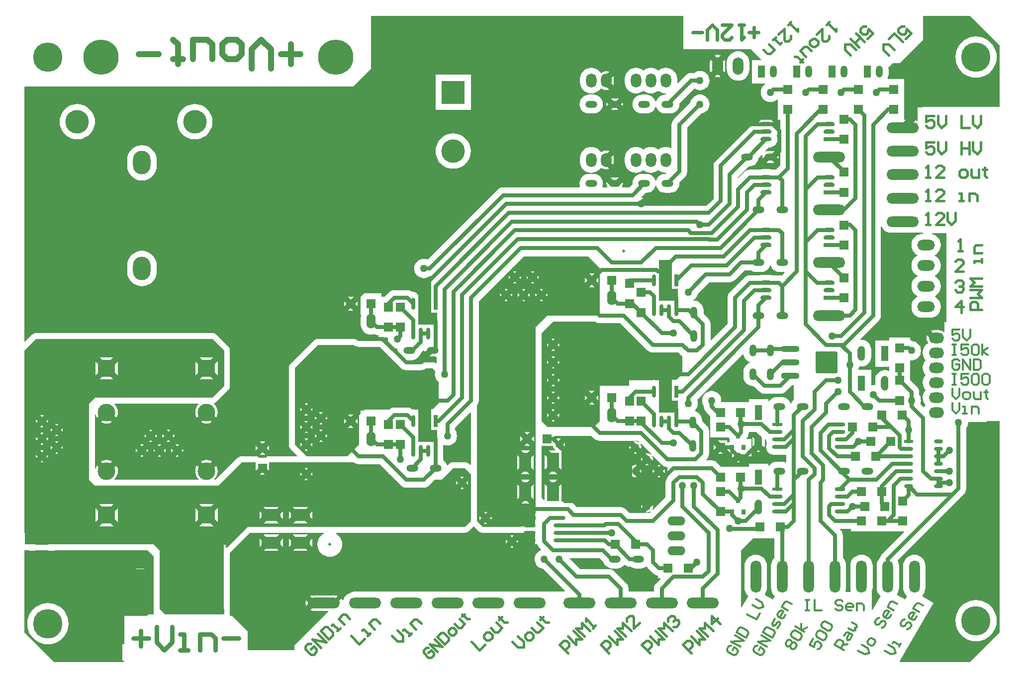
<source format=gtl>
%FSTAX23Y23*%
%MOIN*%
%SFA1B1*%

%IPPOS*%
%AMD20*
4,1,8,-0.078700,0.039400,-0.078700,-0.039400,-0.039400,-0.078700,0.039400,-0.078700,0.078700,-0.039400,0.078700,0.039400,0.039400,0.078700,-0.039400,0.078700,-0.078700,0.039400,0.0*
1,1,0.078740,-0.039400,0.039400*
1,1,0.078740,-0.039400,-0.039400*
1,1,0.078740,0.039400,-0.039400*
1,1,0.078740,0.039400,0.039400*
%
%AMD31*
4,1,8,0.074800,-0.059800,0.074800,0.059800,0.059800,0.074800,-0.059800,0.074800,-0.074800,0.059800,-0.074800,-0.059800,-0.059800,-0.074800,0.059800,-0.074800,0.074800,-0.059800,0.0*
1,1,0.029921,0.059800,-0.059800*
1,1,0.029921,0.059800,0.059800*
1,1,0.029921,-0.059800,0.059800*
1,1,0.029921,-0.059800,-0.059800*
%
%AMD49*
4,1,4,-0.024600,0.118100,-0.118100,0.024600,0.024600,-0.118100,0.118100,-0.024600,-0.024600,0.118100,0.0*
%
%ADD10R,0.060000X0.060000*%
%ADD11R,0.060000X0.060000*%
%ADD12R,0.125984X0.078740*%
%ADD13R,0.078740X0.125984*%
%ADD14O,0.070866X0.023622*%
%ADD15R,0.070866X0.023622*%
%ADD16O,0.075197X0.030000*%
%ADD17R,0.075197X0.030000*%
%ADD18O,0.060000X0.024016*%
%ADD19R,0.060000X0.024016*%
G04~CAMADD=20~8~0.0~0.0~1574.8~1574.8~393.7~0.0~15~0.0~0.0~0.0~0.0~0~0.0~0.0~0.0~0.0~0~0.0~0.0~0.0~90.0~1574.0~1574.0*
%ADD20D20*%
%ADD21R,0.025000X0.080000*%
%ADD22O,0.025000X0.080000*%
%ADD23R,0.080000X0.025000*%
%ADD24O,0.080000X0.025000*%
%ADD25R,0.309999X0.399999*%
%ADD26O,0.100000X0.060000*%
%ADD27O,0.060000X0.100000*%
%ADD28R,0.399999X0.309999*%
%ADD29O,0.124016X0.043307*%
%ADD30O,0.124016X0.043307*%
G04~CAMADD=31~8~0.0~0.0~1496.1~1496.1~149.6~0.0~15~0.0~0.0~0.0~0.0~0~0.0~0.0~0.0~0.0~0~0.0~0.0~0.0~270.0~1496.0~1496.0*
%ADD31D31*%
%ADD32R,0.031496X0.035433*%
%ADD33C,0.025000*%
%ADD34C,0.050000*%
%ADD35C,0.031496*%
%ADD36C,0.015748*%
%ADD37C,0.013780*%
%ADD38C,0.023622*%
%ADD39C,0.039370*%
%ADD40R,0.334645X0.433070*%
%ADD41R,0.141260X0.102992*%
%ADD42R,0.141260X0.102992*%
%ADD43R,0.102992X0.141260*%
%ADD44R,0.461731X0.361180*%
%ADD45R,0.442913X0.361180*%
%ADD46R,0.127953X0.078740*%
%ADD47R,0.088582X0.275590*%
%ADD48R,0.088582X0.305117*%
G04~CAMADD=49~9~0.0~0.0~1322.4~2018.5~0.0~0.0~0~0.0~0.0~0.0~0.0~0~0.0~0.0~0.0~0.0~0~0.0~0.0~0.0~45.0~2362.0~2361.0*
%ADD49D49*%
%ADD50R,0.314960X0.354330*%
%ADD51R,0.314960X0.314960*%
%ADD52R,0.177165X0.173700*%
%ADD53R,0.196850X0.177165*%
%ADD54R,0.118110X0.118110*%
%ADD55R,0.118110X0.118110*%
%ADD56C,0.020000*%
%ADD57O,0.047244X0.078740*%
%ADD58R,0.047244X0.078740*%
%ADD59C,0.196850*%
%ADD60C,0.236220*%
%ADD61O,0.216535X0.070866*%
%ADD62O,0.070866X0.216535*%
%ADD63O,0.078740X0.047244*%
%ADD64O,0.120000X0.060000*%
%ADD65O,0.070866X0.094488*%
%ADD66R,0.157480X0.157480*%
%ADD67C,0.157480*%
%ADD68R,0.118110X0.118110*%
%ADD69C,0.118110*%
%ADD70O,0.070866X0.118110*%
%ADD71O,0.118110X0.070866*%
%ADD72O,0.102362X0.070866*%
%ADD73O,0.050000X0.100000*%
%ADD74R,0.050000X0.100000*%
%ADD75O,0.118110X0.157480*%
%ADD76C,0.050000*%
%LNpcb4-1*%
%LPD*%
G36*
X05124Y04818D02*
X05581D01*
X05582Y04814*
X05648Y04748*
X05646Y04744*
X05586*
Y04586*
X05672*
X05673Y04581*
X05672Y04581*
X05662Y04573*
X05654Y04563*
X05648Y04552*
X05645Y0454*
X05643Y04527*
X05645Y04514*
X05648Y04502*
X05654Y04491*
X05662Y04481*
X05672Y04473*
X05683Y04467*
X05696Y04464*
X05708Y04462*
X05721Y04464*
X05733Y04467*
X05744Y04473*
X05752Y0448*
X05757Y04477*
X05757Y04477*
Y04342*
X05774*
Y0404*
X05744Y0401*
X05717*
X05716Y04011*
X05702Y04013*
X05656*
X05642Y04011*
X05641Y0401*
X05572*
X05558Y04008*
X05546Y04003*
X05535Y03995*
X05492Y03952*
X05487Y03954*
X05487Y03956*
X05561Y04031*
X05566*
X05579Y04032*
X05591Y04036*
X05602Y04041*
X05611Y04049*
X05619Y04059*
X05625Y0407*
X05629Y04082*
X05629Y04088*
X05651Y0411*
X05655Y04107*
X05654Y04104*
X05653Y04094*
X05654Y04084*
X05654Y04084*
X05678Y04108*
X05706Y0408*
X05682Y04056*
X05682Y04056*
X05692Y04054*
X05724*
X05734Y04056*
X05734Y04056*
X0571Y0408*
X05724Y04094*
X0571Y04108*
X05734Y04132*
X05734Y04132*
X05724Y04134*
X05692*
X05682Y04132*
X05679Y04131*
X05676Y04135*
X05698Y04157*
X05702*
X05716Y04159*
X05729Y04165*
X0574Y04173*
X05749Y04185*
X05755Y04198*
X05756Y04212*
X05755Y04226*
X0575Y04237*
X05755Y04248*
X05756Y04262*
X05755Y04276*
X05749Y0429*
X0574Y04301*
X05732Y04307*
X05733Y04312*
X05732Y0432*
X05728Y04328*
X05724Y04334*
X05717Y04339*
X0571Y04342*
X05702Y04343*
X05656*
X05648Y04342*
X05641Y04339*
X05635Y04334*
X0563Y04328*
X05626Y0432*
X05626Y04314*
X05601*
X05587Y04313*
X05575Y04307*
X05564Y04299*
X05337Y04072*
X05328Y04061*
X05325Y04054*
X05323Y04048*
X05321Y04035*
Y0382*
X05273Y03772*
X04886*
X04883Y03776*
X04883Y03779*
X04882Y0379*
X04881Y03791*
X04863Y03772*
X04849*
X04828Y03793*
X04854Y03818*
X04853Y03819*
X04846Y0382*
X04844Y03825*
X04872Y03854*
X04877*
X0489Y03855*
X04902Y03858*
X04913Y03864*
X04922Y03872*
X0493Y03882*
X04936Y03893*
X04938Y03899*
X04943*
X04945Y03893*
X04951Y03882*
X04959Y03872*
X04968Y03864*
X04979Y03858*
X04991Y03855*
X05003Y03854*
X05035*
X05047Y03855*
X05059Y03858*
X0507Y03864*
X0508Y03872*
X05088Y03882*
X05093Y03893*
X05097Y03904*
X05098Y03917*
X05098Y03921*
X05135Y03959*
X05143Y03969*
X05148Y03982*
X0515Y03996*
Y04289*
X05246Y04385*
X05248Y04385*
X0526Y04389*
X05272Y04395*
X05281Y04403*
X0529Y04412*
X05295Y04424*
X05299Y04436*
X053Y04448*
X05299Y04461*
X05295Y04473*
X0529Y04484*
X05281Y04494*
X05272Y04502*
X0526Y04508*
X05248Y04512*
X05236Y04513*
X05223Y04512*
X05211Y04508*
X052Y04502*
X0519Y04494*
X05182Y04484*
X05176Y04473*
X05172Y04461*
X05172Y04459*
X05061Y04348*
X05053Y04337*
X05047Y04324*
X05046Y04311*
Y04155*
X05041Y04153*
X05036Y04156*
X05022Y0416*
X05007Y04161*
X04993Y0416*
X04979Y04156*
X04966Y04149*
X04957Y04142*
X04949Y04149*
X04936Y04156*
X04922Y0416*
X04907Y04161*
X04893Y0416*
X04879Y04156*
X04866Y04149*
X04857Y04142*
X04849Y04149*
X04836Y04156*
X04822Y0416*
X04807Y04161*
X04793Y0416*
X04779Y04156*
X04766Y04149*
X04754Y04139*
X04745Y04128*
X04738Y04115*
X04734Y04101*
X04732Y04086*
Y04062*
X04734Y04048*
X04738Y04034*
X04745Y04021*
X04754Y04009*
X04766Y04*
X04779Y03993*
X04793Y03989*
X04807Y03987*
X04822Y03989*
X04836Y03993*
X04849Y04*
X04857Y04007*
X04866Y04*
X04879Y03993*
X04893Y03989*
X04907Y03987*
X04922Y03989*
X04936Y03993*
X04949Y04*
X04957Y04007*
X04966Y04*
X04979Y03993*
X04993Y03989*
X05007Y03987*
X05008Y03986*
X0501Y03983*
X05008Y0398*
X05003*
X04991Y03979*
X04979Y03975*
X04968Y03969*
X04959Y03962*
X04951Y03952*
X04945Y03941*
X04943Y03935*
X04938*
X04936Y03941*
X0493Y03952*
X04922Y03962*
X04913Y03969*
X04902Y03975*
X0489Y03979*
X04877Y0398*
X04846*
X04834Y03979*
X04822Y03975*
X04811Y03969*
X04801Y03962*
X04793Y03952*
X04787Y03941*
X04784Y03929*
X04783Y03917*
X04783Y03912*
X04761Y0389*
X04716*
X04713Y03895*
X04715Y03897*
X04719Y03907*
X0472Y03917*
X04719Y03927*
X04719Y03927*
X04695Y03903*
X04667Y03931*
X04691Y03955*
X04691Y03955*
X04681Y03957*
X04649*
X04639Y03955*
X04639Y03955*
X04663Y03931*
X04635Y03903*
X04611Y03927*
X04611Y03927*
X04609Y03917*
X04611Y03907*
X04615Y03897*
X04616Y03895*
X04614Y0389*
X04586*
X04582Y03895*
X04585Y03904*
X04586Y03917*
X04585Y03929*
X04582Y03941*
X04576Y03952*
X04568Y03962*
X04558Y03969*
X04547Y03975*
X04535Y03979*
X04523Y0398*
X04492*
X04479Y03979*
X04467Y03975*
X04456Y03969*
X04447Y03962*
X04439Y03952*
X04433Y03941*
X0443Y03929*
X04428Y03917*
X0443Y03904*
X04432Y03895*
X04429Y0389*
X03917*
X03903Y03889*
X03891Y03883*
X0388Y03875*
X0341Y03406*
X0341Y03406*
X03398Y03409*
X03385Y03411*
X03373Y03409*
X03361Y03406*
X03349Y034*
X0334Y03392*
X03332Y03382*
X03326Y03371*
X03322Y03359*
X03321Y03346*
X03322Y03333*
X03326Y03321*
X03332Y0331*
X0334Y033*
X03349Y03292*
X03361Y03286*
X03373Y03283*
X03385Y03281*
X03398Y03283*
X0341Y03286*
X03421Y03292*
X03423Y03294*
X03425*
X03438Y03295*
X03443Y03298*
X03451Y03301*
X03462Y03309*
X03938Y03786*
X04783*
X04797Y03788*
X04797Y03788*
X04802Y03784*
X04801Y03779*
X04801Y03776*
X04798Y03772*
X03956*
X03943Y03771*
X0393Y03765*
X03919Y03757*
X03427Y03265*
X03419Y03254*
X03416Y03247*
X03414Y03241*
X03412Y03228*
Y03165*
X03407Y03165*
X034Y03162*
X03394Y03157*
X03392Y03155*
X03386*
X03384Y03157*
X03378Y03162*
X03371Y03165*
X03364Y03166*
X03358Y03165*
X03351Y03174*
X0334Y03183*
X03328Y03188*
X03314Y0319*
X03308Y03189*
X03301Y03194*
X03288Y032*
X03275Y03201*
X03188*
X03175Y032*
X03162Y03194*
X03151Y03186*
X03122Y03157*
X031*
Y03179*
X02962*
Y0304*
X02962*
X02966Y03035*
X02963Y03025*
X02961Y03012*
Y02972*
X02963Y02958*
X02967Y02945*
X02973Y02933*
X02982Y02922*
X02992Y02914*
X03004Y02907*
X03017Y02903*
X03031Y02902*
X03045Y02903*
X0305Y02905*
X03057Y02902*
X0307Y029*
X0308*
Y02883*
X03141*
X03144Y02879*
X03143Y02874*
X03145Y02861*
X03148Y02849*
X03154Y02838*
X03162Y02828*
X03172Y0282*
X03183Y02814*
X03196Y0281*
X03204Y02809*
X03205Y02809*
X03209Y02804*
X03209Y02804*
X03208Y02795*
X03209Y02782*
X03213Y02771*
X03219Y0276*
X03226Y0275*
X03236Y02742*
X03247Y02736*
X03259Y02733*
X03271Y02731*
X03303*
X03315Y02733*
X03327Y02736*
X03338Y02742*
X03347Y0275*
X03355Y0276*
X03361Y02771*
X03363Y02777*
X03385Y02799*
X03389Y02797*
X03389Y02795*
X0339Y02785*
X0339Y02784*
X03415Y02809*
X03443Y02781*
X03418Y02757*
X03418Y02756*
X03429Y02755*
X0346*
X03466Y02756*
X03471Y02751*
Y02712*
X03466Y02709*
X03464Y02711*
X03455Y02715*
X03444Y02716*
X034*
X03397Y02716*
X03394*
X03392Y02715*
X03389Y02715*
X03387Y02714*
X03384Y02713*
X03382Y02712*
X0338Y02711*
X03378Y02709*
X03375Y02708*
X03372Y02705*
X03369Y02704*
X03369Y02704*
X03363Y02703*
X0327*
X03264Y02704*
X03261Y02705*
X03256Y02709*
X03184Y02782*
X03183Y02782*
X03177Y0279*
X03169Y02797*
X03169Y02797*
X03116Y02849*
X03108Y02856*
X03098Y0286*
X03088Y02861*
X02952*
X02946Y02862*
X02943Y02863*
X0294Y02865*
X02938Y02867*
X02936Y02868*
X02933Y02869*
X02931Y0287*
X02928Y02871*
X02926Y02872*
X02923Y02872*
X02921Y02873*
X02918*
X02916Y02874*
X02676*
X02666Y02872*
X02656Y02868*
X02648Y02862*
X02491Y02705*
X02485Y02697*
X02481Y02687*
X0248Y02677*
Y02165*
X0248Y02165*
X0248Y02162*
Y02159*
X02481Y02157*
X02481Y02154*
X02482Y02152*
X02483Y02149*
X02484Y02147*
X02485Y02145*
X02487Y02143*
X02488Y0214*
X0249Y02139*
X02491Y02136*
X02537Y02091*
X02535Y02086*
X02404*
X02401Y02086*
X02348*
X02338Y02085*
X02329Y02081*
X02323Y02077*
X02282*
X02277Y02081*
X02267Y02085*
X02257Y02086*
X02165*
X02154Y02085*
X02145Y02081*
X02136Y02075*
X01991Y01929*
X01982*
X01981Y01934*
X01982Y01935*
X01991Y01946*
X01993Y01949*
X01998Y01959*
X02002Y01973*
X02004Y01988*
X02002Y02002*
X01998Y02016*
X01995Y02021*
X01994Y02025*
X01943Y01974*
X01929Y01988*
X01915Y01974*
X01864Y02025*
X01859Y02016*
X01855Y02002*
X01853Y01988*
X01855Y01973*
X01859Y01959*
X01866Y01946*
X01875Y01935*
X01877Y01934*
X01875Y01929*
X01313*
X01311Y01934*
X01312Y01935*
X01322Y01946*
X01329Y01959*
X01333Y01973*
X01335Y01988*
X01333Y02002*
X01329Y02016*
X01324Y02025*
X01273Y01974*
X01259Y01988*
X01245Y01974*
X01194Y02025*
X0119Y02017*
X0119Y02016*
X01186Y02003*
X01181Y02004*
Y02365*
X01186Y02366*
X0119Y02353*
X01194Y02344*
X01245Y02395*
X01259Y02381*
X01273Y02395*
X01324Y02344*
X01329Y02353*
X01333Y02367*
X01335Y02381*
X01333Y02396*
X01329Y0241*
X01322Y02423*
X01312Y02435*
X01311Y02435*
X01313Y0244*
X01875*
X01877Y02435*
X01875Y02435*
X01866Y02423*
X01859Y0241*
X01855Y02396*
X01853Y02381*
X01855Y02367*
X01859Y02353*
X01864Y02344*
X01915Y02395*
X01929Y02381*
X01943Y02395*
X01994Y02344*
X01998Y02353*
X02002Y02367*
X02004Y02381*
X02002Y02396*
X01998Y0241*
X01991Y02423*
X01982Y02435*
X0198Y02436*
X01979Y02437*
X0198Y02442*
X01988Y02445*
X01996Y02452*
X02075Y0253*
X02081Y02539*
X02085Y02548*
X02086Y02559*
Y02795*
X02086Y02797*
X02086Y02797*
X02085Y02805*
X02081Y02815*
X02075Y02823*
X01996Y02902*
X01988Y02908*
X01978Y02912*
X01968Y02913*
X00787*
X00777Y02912*
X00767Y02908*
X00759Y02902*
X00713Y02856*
X00709Y02858*
Y04564*
X00711Y04566*
X02913*
X03031Y04685*
Y05039*
X05124*
Y04818*
G37*
G36*
X04589Y0138D02*
X04591Y01373D01*
X04596Y01362*
X04604Y01352*
X04614Y01345*
X04625Y01339*
X04637Y01335*
X04649Y01334*
X04681*
X04693Y01335*
X04705Y01339*
X04716Y01345*
X04725Y01352*
X04731Y01359*
X0474Y01352*
X04753Y01347*
X04766Y01345*
X04771*
X04771Y01345*
X04782Y01339*
X04794Y01335*
X04807Y01334*
X04838*
X0485Y01335*
X04862Y01339*
X04873Y01345*
X04875Y01346*
X0488Y01345*
X04884Y0134*
X04923Y01301*
X04934Y01293*
X04947Y01288*
X04953Y01287*
Y01269*
X04968*
X0497Y01264*
X04943Y01237*
X04935Y01226*
X04929Y01214*
X04927Y012*
Y01181*
X04757*
Y012*
X04755Y01214*
X0475Y01226*
X04741Y01237*
X04662Y01316*
X04652Y01324*
X04639Y0133*
X04625Y01331*
X04431*
X04363Y01399*
X04365Y01404*
X04564*
X04589Y0138*
G37*
G36*
X01574Y01417D02*
Y01025D01*
X01537*
X01527Y01015*
X01366*
Y00716*
X01376*
X01377Y00712*
X01373Y00708*
X00905Y00708*
X00708Y00905*
Y01456*
X00742*
X00744Y01451*
X00739Y01445*
X00733Y01431*
X00731Y01417*
Y01338*
X00733Y01324*
X00737Y01316*
X00812Y01391*
X00826Y01377*
X0084Y01391*
X00916Y01316*
X00919Y01324*
X00921Y01338*
Y01417*
X00919Y01431*
X00914Y01445*
X00909Y01451*
X00911Y01456*
X01003*
X01007Y01456*
X01535*
X01574Y01417*
G37*
G36*
X07244Y04842D02*
Y04429D01*
X06732*
Y04425*
X06696*
Y04338*
X06691Y04336*
X0668Y04341*
X06667Y04342*
X06604*
Y04477*
Y04616*
X06495*
X06493Y0462*
X06495Y04625*
X06499Y04637*
X065Y04649*
Y04681*
X06499Y04693*
X06498Y04696*
X06501Y04698*
X06527Y04724*
X06574*
X06732Y04881*
Y05039*
X07047*
X07244Y04842*
G37*
G36*
X05735Y01406D02*
X05734Y01405D01*
X05724Y01394*
X05717Y01381*
X05713Y01367*
X05712Y01352*
Y01206*
X05713Y01192*
X05717Y01177*
X05724Y01164*
X05734Y01153*
X05738Y0115*
X05725Y01127*
X05671Y01157*
X0567Y01162*
X05672Y01164*
X05679Y01177*
X05683Y01192*
X05685Y01206*
Y01352*
X05683Y01367*
X05679Y01381*
X05672Y01394*
X05663Y01405*
X05652Y01414*
X05639Y01421*
X05624Y01426*
X0561Y01427*
X05595Y01426*
X05581Y01421*
X05568Y01414*
X05557Y01405*
X05547Y01394*
X0554Y01381*
X05536Y01367*
X05535Y01352*
Y01206*
X05536Y01192*
X0554Y01177*
X05547Y01164*
X05557Y01153*
X05561Y0115*
X05516Y01072*
X05511Y01073*
Y01456*
X0559Y01535*
X05735*
Y01406*
G37*
G36*
X037Y02379D02*
Y02031D01*
X03695Y02029*
X03689Y02035*
X03681Y02042*
X03671Y02046*
X03661Y02047*
X03582*
X03572Y02046*
X03562Y02042*
X03554Y02035*
X03545Y02026*
X0354Y02027*
X03538Y02032*
X03532Y02043*
X03525Y02052*
X03516Y02059*
Y02122*
Y0216*
X03521Y02163*
X0353Y0216*
X03543Y02159*
X03555Y0216*
X03568Y02164*
X03579Y0217*
X03589Y02178*
X03597Y02188*
X03603Y02199*
X03606Y02211*
X03607Y02224*
X03606Y02237*
X03603Y02249*
X03597Y0226*
X03595Y02262*
Y02281*
X03695Y02381*
X037Y02379*
G37*
G36*
X05713Y03361D02*
X05719Y0335D01*
X05726Y03341*
X05736Y03333*
X05747Y03327*
X05759Y03323*
X05771Y03322*
X058*
X05802Y03317*
X05783Y03298*
X05779Y033*
X05766Y03301*
X05717*
X05716Y03302*
X05702Y03304*
X05656*
X05642Y03302*
X05641Y03301*
X05572*
X05558Y033*
X05546Y03294*
X05535Y03286*
X05435Y03186*
X05427Y03175*
X05424Y03168*
X05421Y03163*
X0542Y03149*
Y02974*
X05312Y02867*
X05308Y02869*
Y02972*
X05306Y02985*
X05301Y02998*
X05292Y03009*
X0526Y03042*
Y03066*
X05258Y03079*
X05255Y03091*
X05249Y03102*
X05241Y03111*
X05232Y03119*
X05221Y03125*
X05209Y03129*
X05196Y0313*
X05194Y03129*
X05192Y03134*
X05193Y03135*
X05203Y03143*
X05211Y03153*
X05217Y03164*
X0522Y03176*
X05221Y03178*
X05297Y03254*
X05433*
X05446Y03256*
X05459Y03261*
X0547Y0327*
X05533Y03333*
X05578*
X05579Y03333*
X05589Y03327*
X05601Y03323*
X05614Y03322*
X05645*
X05658Y03323*
X05669Y03327*
X0568Y03333*
X0569Y03341*
X05698Y0335*
X05704Y03361*
X05706Y03367*
X05711*
X05713Y03361*
G37*
G36*
X04537Y02986D02*
X0455Y0298D01*
X04563Y02979*
X04702*
X04761Y0292*
X04759Y02915*
X04357*
X04514Y02758*
X045Y02744*
X04514Y0273*
X04357Y02573*
X04732*
X04734Y02569*
X04724Y02559*
X04566*
Y02519*
Y02322*
X04527Y02283*
X04212*
X04173Y02322*
Y02913*
X04251Y02991*
X0453*
X04537Y02986*
G37*
G36*
X02923Y02828D02*
X02936Y02823D01*
X02949Y02821*
X03088*
X03147Y02762*
X03145Y02757*
X03143*
X02743*
X029Y02601*
X02886Y02587*
X029Y02573*
X02743Y02416*
X03119*
X02962Y02573*
X0299Y02601*
X03147Y02444*
Y02753*
Y02755*
X03152Y02758*
X0323Y02679*
X03241Y02671*
X03254Y02665*
X03267Y02664*
X03366*
X03379Y02665*
X03384Y02668*
X03392Y02671*
X034Y02677*
X03444*
X03462Y02659*
X0346Y0265*
X03458Y02637*
X0346Y02625*
X03463Y02613*
X03469Y02601*
X03477Y02592*
X03484Y02586*
Y0244*
X03445Y02402*
X03412*
Y02401*
X03322*
X03314Y02402*
X03308Y02401*
X03301Y02407*
X03288Y02412*
X03275Y02414*
X03188*
X03175Y02412*
X03162Y02407*
X03155Y02401*
X02992*
X02982Y02392*
X02962*
Y02371*
X02952Y02362*
Y02165*
X02874Y02086*
X02598*
X0252Y02165*
X0252Y02165*
Y02677*
X02676Y02834*
X02916*
X02923Y02828*
G37*
G36*
X04566Y03346D02*
Y03031D01*
X04212*
X04133Y02952*
Y02047*
Y01811*
Y01701*
X04066*
X0408Y01687*
X04053Y01659*
X04038Y01673*
Y01645*
X04041*
X04044Y01639*
X04042Y01637*
X04039Y0163*
X04038Y01623*
X04039Y01617*
X04035Y01614*
X04015*
X04013Y01614*
X03779*
X0374Y01653*
X0374Y01653*
Y01968*
X0374Y01971*
Y02426*
X03746Y02434*
X03751Y02447*
X03753Y0246*
Y02952*
Y03123*
X04055Y03425*
X04488*
X04566Y03346*
G37*
G36*
X05528Y0277D02*
X05528Y02767D01*
X05532Y02755*
X05537Y02744*
X05545Y02734*
X05555Y02726*
X05566Y02721*
X05572Y02719*
Y02713*
X05566Y02712*
X05555Y02706*
X05545Y02698*
X05537Y02688*
X05532Y02677*
X05528Y02665*
X05527Y02653*
Y02622*
X05528Y02609*
X05532Y02597*
X05537Y02586*
X05545Y02577*
X05555Y02569*
X05566Y02563*
X05578Y02559*
X0559Y02558*
X05595Y02559*
X05632Y02522*
X05643Y02513*
X05655Y02508*
X05669Y02506*
X05775*
X05789Y02508*
X05794Y0251*
X05801Y02513*
X05812Y02522*
X05855Y02564*
X05866*
Y02467*
X05864Y02466*
X05856Y02456*
X0585Y02445*
X05849Y02439*
X05843*
X05841Y02445*
X05836Y02456*
X05828Y02466*
X05818Y02473*
X05807Y02479*
X05795Y02483*
X05783Y02484*
X05751*
X05739Y02483*
X05727Y02479*
X05716Y02473*
X05707Y02466*
X05699Y02456*
X05699Y02456*
X05694Y02457*
Y02471*
X05565*
Y02451*
X05382*
X05379Y02454*
X05379Y0246*
X05378Y02473*
X05374Y02485*
X05368Y02496*
X0536Y02506*
X0535Y02514*
X05339Y0252*
X05327Y02524*
X05314Y02525*
X05302Y02524*
X0529Y0252*
X05279Y02514*
X05269Y02506*
X05261Y02496*
X05255Y02485*
X05251Y02473*
X0525Y0246*
X05251Y02447*
X05255Y02435*
X05261Y02424*
X05262Y02422*
Y02421*
X05264Y02407*
X05269Y02395*
X05277Y02384*
X05304Y02357*
Y02312*
Y02214*
X05426*
X05435Y02205*
Y02182*
X05431Y02179*
X05421*
X05419Y02183*
Y02194*
X05356*
X05387Y02162*
X05438Y02112*
X05454*
X05456Y02107*
X05456Y02107*
X05452Y02097*
X05451Y02086*
X05452Y02075*
X05452Y02075*
X05472Y02094*
Y02088*
X0549*
X05492Y02086*
X05494Y02088*
X05517*
X05531Y02075*
X05531Y02075*
X05533Y02086*
X05534Y02088*
X05582*
Y02202*
X05549*
X05547Y02207*
X05548Y02209*
X05557Y02219*
X05562Y02232*
X05564Y02246*
Y0225*
X05616*
X05617Y02247*
X05643Y0222*
X05615Y02192*
X0559Y02218*
X0559Y02217*
X05588Y02206*
Y02156*
X0559Y02146*
X0559Y02145*
X05615Y0217*
X05629Y02156*
X05643Y0217*
X05669Y02145*
X05669Y02146*
X05671Y02156*
Y022*
X05675Y02203*
X05678Y02201*
X05678Y02199*
X0568Y02186*
X05685Y02174*
X0568Y02162*
X05678Y02149*
X0568Y02136*
X05685Y02123*
X05693Y02112*
X05704Y02104*
X05716Y02099*
X0573Y02097*
X05748*
X05753Y02097*
X0581*
X05813Y02094*
Y02048*
X05809Y02045*
X05807Y02046*
X05795Y0205*
X05783Y02051*
X05751*
X05739Y0205*
X05727Y02046*
X05716Y0204*
X05707Y02032*
X05699Y02023*
X05699Y02022*
X05694Y02024*
Y02038*
X05565*
Y02018*
X05378*
X05351Y02044*
X05341Y02053*
X05333Y02056*
X05328Y02058*
X05314Y0206*
X0528*
X05278Y02064*
X05283Y02069*
X05291Y0208*
X05296Y02092*
X05298Y02106*
Y02253*
X05296Y02267*
X05291Y0228*
X05283Y0229*
X0525Y02323*
Y02328*
X05249Y02341*
X05245Y02352*
X05239Y02363*
X05231Y02373*
X05222Y02381*
X05211Y02387*
X05204Y02389*
X05202Y02394*
X05203Y02395*
X05211Y02405*
X05217Y02416*
X0522Y02428*
X05222Y0244*
X0522Y02453*
X05217Y02465*
X05217Y02465*
X05523Y02772*
X05528Y0277*
G37*
G36*
X03751Y01586D02*
D01*
X03759Y01579*
X03769Y01575*
X03779Y01574*
X04013*
X04014Y01574*
X04015Y01574*
X04037*
X04038Y01573*
X04039Y01565*
X04042Y01558*
X04046Y01553*
X04049Y01551*
Y01545*
X04046Y01543*
X04042Y01537*
X04039Y0153*
X04038Y01523*
X04038Y01522*
X04053Y01537*
X0408Y01509*
X04066Y01494*
X04066Y01494*
X04122*
X04129Y01495*
X04136Y01498*
X04137Y01499*
X04143Y01498*
X04144Y01498*
X04147Y01489*
X04155Y01478*
X04171Y01462*
X0417Y01458*
X04168Y01457*
X04156Y01451*
X04147Y01443*
X04139Y01433*
X04133Y01422*
X04129Y0141*
X04128Y01397*
X04129Y01385*
X04133Y01372*
X04139Y01361*
X04147Y01351*
X04156Y01343*
X04168Y01337*
X0418Y01334*
X04182Y01333*
X0433Y01185*
X04328Y01181*
X02913*
X02908Y01176*
X02904Y01176*
X0289Y01171*
X02877Y01164*
X02866Y01155*
X02856Y01144*
X02849Y01131*
X02847Y01123*
X02842Y01122*
X02832Y01132*
X02796Y01095*
X02775Y01116*
X02808Y01149*
X02802Y01152*
X02789Y01153*
X02643*
X0263Y01152*
X02624Y01149*
X02657Y01116*
X02643Y01102*
X02657Y01088*
X02624Y01055*
X0263Y01052*
X02643Y0105*
X02744*
X02746Y01046*
X02504Y00803*
X02515Y00792*
X02513Y00787*
X02216*
Y01015*
X02086*
Y01023*
X02086Y01025*
Y0103*
X02086Y01033*
X02086Y01036*
Y01062*
X02086Y01062*
X02086Y01062*
Y01441*
X02087Y01441*
X02089Y01443*
X02091Y01445*
X02221Y01574*
X02706*
X02716*
X02717Y01569*
X02709Y01565*
X02697Y01554*
X02686Y01542*
X02679Y01527*
X02674Y01512*
X02672Y01496*
X02674Y01479*
X02679Y01464*
X02686Y01449*
X02697Y01437*
X02709Y01426*
X02724Y01419*
X02739Y01414*
X02755Y01412*
X02772Y01414*
X02787Y01419*
X02802Y01426*
X02814Y01437*
X02825Y01449*
X02832Y01464*
X02837Y01479*
X02838Y01496*
X02837Y01512*
X02832Y01527*
X02825Y01542*
X02814Y01554*
X02802Y01565*
X02793Y01569*
X02795Y01574*
X03149*
X03661*
X03671Y01575*
X03681Y01579*
X03689Y01586*
X0372Y01617*
X03751Y01586*
G37*
G36*
X06459Y03619D02*
X06468Y03608D01*
X06479Y03598*
X06492Y03591*
X06507Y03587*
X06521Y03586*
X06667*
X06681Y03587*
X06691Y0359*
X06696Y03586*
Y03586*
X06728*
X0673Y03585*
X0673Y03583*
X0673Y03582*
X06727Y03579*
X06713Y03577*
X06699Y03573*
X06686Y03566*
X06675Y03557*
X06665Y03545*
X06658Y03532*
X06654Y03518*
X06653Y03503*
X06654Y03489*
X06658Y03475*
X06665Y03462*
X06675Y0345*
X06686Y03441*
X06693Y03437*
Y03432*
X06686Y03428*
X06675Y03419*
X06665Y03407*
X06658Y03394*
X06654Y0338*
X06653Y03366*
X06654Y03351*
X06658Y03337*
X06665Y03324*
X06675Y03312*
X06686Y03303*
X06693Y03299*
Y03294*
X06686Y0329*
X06675Y03281*
X06665Y0327*
X06658Y03257*
X06654Y03242*
X06653Y03228*
X06654Y03213*
X06658Y03199*
X06665Y03186*
X06675Y03175*
X06686Y03165*
X06693Y03161*
Y03156*
X06686Y03153*
X06675Y03143*
X06665Y03132*
X06658Y03119*
X06654Y03105*
X06653Y0309*
X06654Y03075*
X06658Y03061*
X06665Y03048*
X06675Y03037*
X06686Y03028*
X06699Y03021*
X06713Y03016*
X06728Y03015*
X06775*
X0679Y03016*
X06804Y03021*
X06817Y03028*
X06828Y03037*
X06838Y03048*
X06845Y03061*
X06849Y03075*
X0685Y0309*
X06849Y03105*
X06845Y03119*
X06838Y03132*
X06828Y03143*
X06817Y03153*
X0681Y03156*
Y03161*
X06817Y03165*
X06828Y03175*
X06838Y03186*
X06845Y03199*
X06849Y03213*
X0685Y03228*
X06849Y03242*
X06845Y03257*
X06838Y0327*
X06828Y03281*
X06817Y0329*
X0681Y03294*
Y03299*
X06817Y03303*
X06828Y03312*
X06838Y03324*
X06845Y03337*
X06849Y03351*
X0685Y03366*
X06849Y0338*
X06845Y03394*
X06838Y03407*
X06828Y03419*
X06817Y03428*
X0681Y03432*
Y03437*
X06817Y03441*
X06828Y0345*
X06838Y03462*
X06845Y03475*
X06849Y03489*
X0685Y03503*
X06849Y03518*
X06845Y03532*
X06838Y03545*
X06828Y03557*
X06817Y03566*
X06804Y03573*
X0679Y03577*
X0679*
X0679Y03582*
X06889*
Y02988*
X06875*
Y02922*
X0687Y0292*
X06862Y02926*
X06849Y02931*
X06836Y02933*
X06805*
X06791Y02931*
X06785Y02929*
X06819Y02895*
X06791Y02867*
X06757Y02901*
X06755Y02895*
X06753Y02881*
X06755Y02868*
X0676Y02856*
X06765Y02849*
X06764Y02844*
X06763Y02844*
X06751Y02835*
X06742Y02823*
X06735Y0281*
X06731Y02796*
X06729Y02781*
X06731Y02767*
X06735Y02753*
X06742Y0274*
X06749Y02731*
X06742Y02723*
X06735Y0271*
X06731Y02696*
X06729Y02681*
X06731Y02667*
X06735Y02653*
X06742Y0264*
X06749Y02631*
X06742Y02623*
X06735Y0261*
X06731Y02596*
X06729Y02581*
X06731Y02567*
X06735Y02553*
X06742Y0254*
X06749Y02531*
X06742Y02523*
X06735Y0251*
X06731Y02496*
X06729Y02481*
X06731Y02467*
X06735Y02453*
X06742Y0244*
X06749Y02431*
X06742Y02423*
X06738Y02415*
X06733Y02415*
X06713Y02435*
X06713Y02435*
X06716Y02447*
X06718Y0246*
X06716Y02473*
X06713Y02485*
X06707Y02496*
X06705Y02498*
Y02516*
X06704Y0253*
X06698Y02543*
X0669Y02553*
X06644Y026*
Y0261*
Y02727*
X06647Y02731*
X06653Y0273*
X06666Y02731*
X06678Y02735*
X06689Y02741*
X06699Y02749*
X06707Y02759*
X06713Y0277*
X06716Y02782*
X06718Y02795*
X06716Y02807*
X06713Y0282*
X06707Y02831*
X06699Y02841*
X06689Y02849*
X06678Y02855*
X06666Y02858*
X06661Y02859*
X0666Y0286*
X06652Y02863*
X06647Y02865*
X06644Y02865*
Y02884*
X06505*
Y02864*
X06412*
Y02686*
X06505*
Y02662*
X06504Y02662*
X065Y0266*
X06489Y02664*
X06476Y02665*
X06463Y02664*
X06451Y0266*
X0644Y02654*
X0643Y02646*
X06422Y02636*
X06416Y02625*
X06412Y02613*
X06411Y026*
Y02567*
X06406Y02563*
X06397Y02564*
X06388Y02563*
X06383Y02567*
Y02668*
X063*
X06298Y02672*
X06299Y02675*
X06303Y02686*
X06306Y0269*
X06318Y02689*
X06331Y0269*
X06343Y02693*
X06354Y02699*
X06364Y02707*
X06372Y02717*
X06378Y02728*
X06382Y02741*
X06383Y02753*
Y02803*
X06382Y02816*
X06378Y02828*
X06372Y02839*
X06364Y02849*
X06354Y02857*
X06343Y02863*
X06331Y02867*
X06318Y02868*
X06314Y02868*
X06312Y02872*
X06434Y02994*
X06442Y03005*
X06448Y03017*
X06449Y03031*
Y03626*
X06454Y03627*
X06459Y03619*
G37*
G36*
X04526Y02207D02*
X04537Y02198D01*
X0455Y02193*
X04563Y02191*
X0482*
X04829Y02183*
X04826Y02179*
X04823Y02181*
X04813Y02185*
X04803Y02186*
X04792Y02185*
X04791Y02185*
X04817Y02159*
X04842Y02134*
X04842Y02135*
X04844Y02145*
X04842Y02156*
X04838Y02166*
X04836Y02168*
X0484Y02172*
X04908Y02104*
X04905Y021*
X04902Y02102*
X04892Y02106*
X04881Y02108*
X04871Y02106*
X0487Y02106*
X04895Y0208*
X04921Y02055*
X04921Y02056*
X04922Y02066*
X04921Y02077*
X04917Y02087*
X04915Y0209*
X04919Y02093*
X04982Y02029*
X04993Y02021*
X05006Y02016*
X05019Y02014*
Y01943*
X05013Y01935*
X05008Y01922*
X05006Y01909*
Y01812*
X04919Y01725*
X04915Y01728*
X04917Y01731*
X04921Y01741*
X04922Y01751*
X04921Y01762*
X04921Y01763*
X04895Y01738*
X0487Y01712*
X04871Y01712*
X04881Y0171*
X04892Y01712*
X04902Y01716*
X04905Y01718*
X04908Y01714*
X04899Y01705*
X04765*
X04741Y01729*
X0473Y01738*
X04723Y01741*
X04718Y01743*
X04704Y01745*
X04411*
X04387Y01769*
X04376Y01777*
X04367Y01781*
X04368Y01786*
X04733*
X04576Y01943*
X04604Y01971*
X04761Y01814*
Y01969*
X04766Y0197*
X04767Y01967*
X04774Y01959*
X04782Y01952*
X04792Y01948*
X04803Y01947*
X04813Y01948*
X04814Y01948*
X04789Y01974*
X04803Y01988*
X04789Y02002*
X04814Y02027*
X04813Y02027*
X04803Y02029*
X04792Y02027*
X04782Y02023*
X04774Y02017*
X04767Y02008*
X04766Y02005*
X04761Y02006*
Y02126*
X04766Y02127*
X04764Y02131*
X0476Y02127*
X04357*
X04514Y01971*
X04486Y01943*
X04329Y021*
Y01789*
X04325Y01784*
X04307*
Y01901*
X04265Y0186*
X04251Y01874*
X04238Y0186*
X04196Y01901*
Y01793*
X04192Y01792*
X04173Y0181*
Y02047*
Y02158*
X04251*
X04251Y02154*
X04255Y02144*
X04262Y02136*
X04269Y0213*
X04267Y02125*
X04224*
X04265Y02084*
X04238Y02056*
X04196Y02098*
Y01996*
X04238Y02037*
X04251Y02023*
X04265Y02037*
X04307Y01996*
Y02125*
X0431Y02129*
X04302Y02126*
X04277Y02151*
X04291Y02165*
X04277Y02179*
X04302Y02204*
X04301Y02205*
X04291Y02206*
X0428Y02205*
X0427Y022*
X04263Y02195*
X04258Y02196*
Y02224*
X04509*
X04526Y02207*
G37*
G36*
X04884Y02797D02*
X04895Y02789D01*
X04907Y02784*
X04921Y02782*
X05091*
X05118Y02755*
Y02637*
X05079Y02599*
X05026*
Y02598*
X04936*
X04928Y02599*
X0492Y02598*
X04763*
X04761Y02599*
Y02913*
X04766Y02915*
X04884Y02797*
G37*
G36*
X07244Y00905D02*
X07047Y00708D01*
X06579*
X06576Y00712*
X06802Y01104*
X06727Y01148*
Y01154*
X06735Y01164*
X06742Y01177*
X06746Y01192*
X06748Y01206*
Y01352*
X06746Y01367*
X06742Y01381*
X06735Y01394*
X06726Y01405*
X06715Y01414*
X06702Y01421*
X06687Y01426*
X06673Y01427*
X06658Y01426*
X06644Y01421*
X06631Y01414*
X0662Y01405*
X0661Y01394*
X06603Y01381*
X06599Y01367*
X06598Y01352*
Y01206*
X06599Y01192*
X06603Y01177*
X0661Y01164*
X0662Y01153*
X06624Y0115*
X06611Y01127*
X06557Y01157*
X06556Y01162*
X06558Y01164*
X06565Y01177*
X06569Y01192*
X06571Y01206*
Y01352*
X06569Y01367*
X06565Y01381*
X06561Y01388*
X06966Y01793*
X07005Y01833*
X07013Y01843*
X07016Y01851*
X07019Y01856*
X0702Y0187*
Y02275*
X07022Y02277*
X07028Y02288*
X07031Y023*
X07033Y02312*
X07032Y02315*
X07036Y02318*
X07159*
Y02322*
X07244*
Y00905*
G37*
G36*
X02047Y02795D02*
Y02559D01*
X01968Y0248*
X01933*
X01929Y0248*
X01924Y0248*
X01264*
X01259Y0248*
X01255Y0248*
X01181*
X01141Y0244*
Y01929*
X01181Y01889*
X01255*
X01259Y01889*
X01264Y01889*
X01924*
X01929Y01889*
X01933Y01889*
X02007*
X02165Y02046*
X02257*
Y01989*
X02289Y02021*
X02303Y02007*
X02317Y02021*
X02348Y01989*
Y02046*
X02401*
X02404Y02047*
X02915*
X02923Y02041*
X02936Y02036*
X02949Y02034*
X03088*
X03147Y01975*
X03145Y0197*
X03143*
X02743*
X029Y01813*
X02886Y01799*
X029Y01785*
X02743Y01628*
X03119*
X02962Y01785*
X0299Y01813*
X03147Y01656*
Y01965*
Y01968*
X03152Y0197*
X0323Y01892*
X03241Y01883*
X03254Y01878*
X03267Y01876*
X03385*
X03399Y01878*
X03411Y01883*
X03422Y01892*
X03459Y01929*
X03503*
X03582Y02007*
X03661*
X037Y01968*
Y01653*
X03661Y01614*
X02204*
X02063Y01473*
X02059Y01475*
Y01493*
X01745*
X01902Y01336*
X01874Y01309*
X01717Y01465*
Y0109*
X01874Y01246*
X01902Y01219*
X01745Y01062*
X02047*
Y01036*
X02046Y01033*
X02047Y0103*
Y01025*
X01651*
X01614Y01062*
Y01417*
X01614Y0142*
Y01456*
X01574Y01496*
X01539*
X01535Y01496*
X01007*
X01005Y01496*
X01002*
X01001Y01496*
X00927*
X00925Y01496*
X00911*
X00909Y015*
X00914Y01507*
X00919Y01521*
X00921Y01535*
Y01614*
X00919Y01628*
X00916Y01636*
X0084Y0156*
X00826Y01574*
X00812Y0156*
X00737Y01636*
X00733Y01628*
X00731Y01614*
Y01558*
X00727Y01556*
X00708Y01574*
Y02795*
X00787Y02874*
X01968*
X02047Y02795*
G37*
G36*
X06249Y01584D02*
X06523D01*
X06525*
X06602*
X06603Y01579*
X06459Y01434*
X0645Y01423*
X06445Y01411*
X06445Y01407*
X06442Y01405*
X06433Y01394*
X06426Y01381*
X06422Y01367*
X0642Y01352*
Y01206*
X06422Y01192*
X06426Y01177*
X06433Y01164*
X06442Y01153*
X06447Y0115*
X06392Y01055*
X06387Y01056*
Y01176*
X06388Y01177*
X06392Y01192*
X06394Y01206*
Y01352*
X06392Y01367*
X06388Y01381*
X06381Y01394*
X06372Y01405*
X0636Y01414*
X06347Y01421*
X06333Y01426*
X06318Y01427*
X06304Y01426*
X0629Y01421*
X06277Y01414*
X06265Y01405*
X06256Y01394*
X06249Y01381*
X06245Y01367*
X06243Y01352*
Y01206*
X06245Y01192*
X06248Y01182*
X06244Y01177*
X06216*
X06212Y01182*
X06215Y01192*
X06216Y01206*
Y01352*
X06215Y01367*
X06211Y01381*
X06204Y01394*
X06194Y01405*
X06194Y01406*
Y01555*
X06192Y01568*
X06187Y01581*
X06178Y01592*
X06174Y01596*
X06176Y01601*
X06249*
Y01584*
G37*
%LNpcb4-2*%
%LPC*%
G36*
X01732Y02098D02*
X0172Y02086D01*
X01721Y02086*
X01732Y02084*
X01742Y02086*
X01743Y02086*
X0174Y0209*
X01732Y02098*
G37*
G36*
X02303Y02115D02*
X02285Y02097D01*
X02321*
X02303Y02115*
G37*
G36*
X01614Y02098D02*
X01602Y02086D01*
X01603Y02086*
X01614Y02084*
X01624Y02086*
X01625Y02086*
X01614Y02098*
G37*
G36*
X01496D02*
X01484Y02086D01*
X01485Y02086*
X01496Y02084*
X01506Y02086*
X01507Y02086*
X01496Y02098*
G37*
G36*
X01456Y02137D02*
X01456Y02136D01*
X01454Y02125*
X01456Y02115*
X01456Y02114*
X01468Y02125*
X01456Y02137*
G37*
G36*
X01929Y02063D02*
X01914Y02061D01*
X019Y02057*
X01892Y02053*
X01929Y02016*
X01966Y02053*
X01957Y02057*
X01943Y02061*
X01929Y02063*
G37*
G36*
X01259D02*
X01245Y02061D01*
X01231Y02057*
X01222Y02053*
X01259Y02016*
X01296Y02053*
X01288Y02057*
X01274Y02061*
X01259Y02063*
G37*
G36*
X01574Y02137D02*
X01574Y02136D01*
X01573Y02125*
X01574Y02115*
X01574Y02114*
X01586Y02125*
X01574Y02137*
G37*
G36*
X02321Y02188D02*
X02285D01*
X02303Y0217*
X02321Y02188*
G37*
G36*
X01555Y02196D02*
X01543Y02185D01*
X01544Y02184*
X01555Y02183*
X01565Y02184*
X01566Y02185*
X01555Y02196*
G37*
G36*
X01673D02*
X01661Y02185D01*
X01662Y02184*
X01673Y02183*
X01683Y02184*
X01684Y02185*
X01673Y02196*
G37*
G36*
X01732Y02167D02*
X01721Y02165D01*
X0172Y02165*
X01732Y02153*
X01743Y02165*
X01742Y02165*
X01732Y02167*
G37*
G36*
X02348Y0216D02*
X0233Y02142D01*
X02348Y02124*
Y0216*
G37*
G36*
X01771Y02137D02*
X0176Y02125D01*
X01771Y02114*
X01771Y02115*
X01773Y02125*
X01771Y02136*
X01771Y02137*
G37*
G36*
X01692D02*
X01692Y02136D01*
X01691Y02125*
X01692Y02115*
X01692Y02114*
X01704Y02125*
X01692Y02137*
G37*
G36*
X01535D02*
X01523Y02125D01*
X01535Y02114*
X01535Y02115*
X01537Y02125*
X01535Y02136*
X01535Y02137*
G37*
G36*
X01653D02*
X01642Y02125D01*
X01653Y02114*
X01653Y02115*
X01655Y02125*
X01653Y02136*
X01653Y02137*
G37*
G36*
X02257Y0216D02*
Y02124D01*
X02275Y02142*
X02257Y0216*
G37*
G36*
X01496Y02167D02*
X01485Y02165D01*
X01484Y02165*
X01496Y02153*
X01507Y02165*
X01506Y02165*
X01496Y02167*
G37*
G36*
X01614D02*
X01603Y02165D01*
X01602Y02165*
X01614Y02153*
X01625Y02165*
X01624Y02165*
X01614Y02167*
G37*
G36*
X02914Y03155D02*
X02878D01*
X02896Y03138*
X02914Y03155*
G37*
G36*
X0285Y03128D02*
Y03092D01*
X02868Y0311*
X0285Y03128*
G37*
G36*
X02896Y03082D02*
X02878Y03064D01*
X02914*
X02896Y03082*
G37*
G36*
X02831Y03058D02*
X02819Y03056D01*
X02816Y03055*
X02831Y03039*
X02846Y03055*
X02843Y03056*
X02831Y03058*
G37*
G36*
X02942Y03128D02*
X02924Y0311D01*
X02942Y03092*
Y03128*
G37*
G36*
X02874Y03027D02*
X02845Y02998D01*
X02831Y03012*
X02817Y02998*
X02788Y03027*
X02786Y03024*
X02785Y03012*
Y02972*
X02786Y0296*
X02788Y02956*
X02817Y02986*
X02831Y02972*
X02845Y02986*
X02874Y02956*
X02876Y0296*
X02877Y02972*
Y03012*
X02876Y03024*
X02874Y03027*
G37*
G36*
X02831Y02944D02*
X02816Y02928D01*
X02819Y02927*
X02831Y02925*
X02843Y02927*
X02846Y02928*
X02831Y02944*
G37*
G36*
X037Y04645D02*
X03464D01*
Y04409*
X037*
Y04645*
G37*
G36*
X04681Y04488D02*
X04649D01*
X04639Y04487*
X04639Y04487*
X04663Y04462*
X04649Y04448*
X04663Y04434*
X04639Y0441*
X04639Y0441*
X04649Y04409*
X04681*
X04691Y0441*
X04691Y0441*
X04667Y04434*
X04681Y04448*
X04667Y04462*
X04691Y04487*
X04691Y04487*
X04681Y04488*
G37*
G36*
X04611Y04459D02*
X04611Y04459D01*
X04609Y04448*
X04611Y04438*
X04611Y04438*
X04621Y04448*
X04611Y04459*
G37*
G36*
X04719D02*
X04708Y04448D01*
X04719Y04438*
X04719Y04438*
X0472Y04448*
X04719Y04459*
X04719Y04459*
G37*
G36*
X01062Y04449D02*
X01044Y04447D01*
X01026Y04443*
X01009Y04436*
X00993Y04426*
X00979Y04414*
X00967Y044*
X00957Y04384*
X0095Y04367*
X00945Y04349*
X00944Y0433*
X00945Y04312*
X0095Y04294*
X00957Y04276*
X00967Y04261*
X00979Y04246*
X00993Y04234*
X01009Y04225*
X01026Y04218*
X01044Y04213*
X01062Y04212*
X01081Y04213*
X01099Y04218*
X01116Y04225*
X01132Y04234*
X01146Y04246*
X01158Y04261*
X01168Y04276*
X01175Y04294*
X0118Y04312*
X01181Y0433*
X0118Y04349*
X01175Y04367*
X01168Y04384*
X01158Y044*
X01146Y04414*
X01132Y04426*
X01116Y04436*
X01099Y04443*
X01081Y04447*
X01062Y04449*
G37*
G36*
X05762Y04104D02*
X05752Y04094D01*
X05762Y04084*
X05762Y04084*
X05764Y04094*
X05762Y04104*
X05762Y04104*
G37*
G36*
X04523Y04512D02*
X04492D01*
X04479Y0451*
X04467Y04507*
X04456Y04501*
X04447Y04493*
X04439Y04483*
X04433Y04473*
X0443Y04461*
X04428Y04448*
X0443Y04436*
X04433Y04424*
X04439Y04413*
X04447Y04404*
X04456Y04396*
X04467Y0439*
X04479Y04386*
X04492Y04385*
X04523*
X04535Y04386*
X04547Y0439*
X04558Y04396*
X04568Y04404*
X04576Y04413*
X04582Y04424*
X04585Y04436*
X04586Y04448*
X04585Y04461*
X04582Y04473*
X04576Y04483*
X04568Y04493*
X04558Y04501*
X04547Y04507*
X04535Y0451*
X04523Y04512*
G37*
G36*
X0185Y04449D02*
X01831Y04447D01*
X01813Y04443*
X01796Y04436*
X0178Y04426*
X01766Y04414*
X01754Y044*
X01744Y04384*
X01737Y04367*
X01733Y04349*
X01731Y0433*
X01733Y04312*
X01737Y04294*
X01744Y04276*
X01754Y04261*
X01766Y04246*
X0178Y04234*
X01796Y04225*
X01813Y04218*
X01831Y04213*
X0185Y04212*
X01868Y04213*
X01887Y04218*
X01904Y04225*
X0192Y04234*
X01934Y04246*
X01946Y04261*
X01955Y04276*
X01963Y04294*
X01967Y04312*
X01968Y0433*
X01967Y04349*
X01963Y04367*
X01955Y04384*
X01946Y044*
X01934Y04414*
X0192Y04426*
X01904Y04436*
X01887Y04443*
X01868Y04447*
X0185Y04449*
G37*
G36*
X05307Y04747D02*
X05304Y04741D01*
X05302Y04728*
Y04681*
X05304Y04667*
X05307Y04661*
X0534Y04695*
X05354Y04681*
X05368Y04695*
X05401Y04661*
X05404Y04667*
X05405Y04681*
Y04728*
X05404Y04741*
X05401Y04747*
X05368Y04714*
X05354Y04728*
X0534Y04714*
X05307Y04747*
G37*
G36*
X05354Y04653D02*
X05334Y04633D01*
X0534Y04631*
X05354Y04629*
X05367Y04631*
X05373Y04633*
X05354Y04653*
G37*
G36*
Y04779D02*
X0534Y04778D01*
X05334Y04775*
X05354Y04756*
X05373Y04775*
X05367Y04778*
X05354Y04779*
G37*
G36*
X05007Y04693D02*
X04993Y04691D01*
X04979Y04687*
X04966Y0468*
X04957Y04673*
X04949Y0468*
X04936Y04687*
X04922Y04691*
X04907Y04693*
X04893Y04691*
X04879Y04687*
X04866Y0468*
X04857Y04673*
X04849Y0468*
X04836Y04687*
X04822Y04691*
X04807Y04693*
X04793Y04691*
X04779Y04687*
X04766Y0468*
X04754Y04671*
X04745Y04659*
X04738Y04646*
X04734Y04632*
X04732Y04618*
Y04594*
X04734Y04579*
X04738Y04565*
X04745Y04552*
X04754Y04541*
X04766Y04532*
X04779Y04525*
X04793Y0452*
X04807Y04519*
X04822Y0452*
X04836Y04525*
X04849Y04532*
X04857Y04538*
X04866Y04532*
X04879Y04525*
X04893Y0452*
X04907Y04519*
X04922Y0452*
X04936Y04525*
X04949Y04532*
X04957Y04538*
X04966Y04532*
X04979Y04525*
X04993Y0452*
X05007Y04519*
X05008Y04518*
X0501Y04514*
X05008Y04512*
X05003*
X04991Y0451*
X04979Y04507*
X04968Y04501*
X04959Y04493*
X04951Y04483*
X04945Y04473*
X04943Y04466*
X04938*
X04936Y04473*
X0493Y04483*
X04922Y04493*
X04913Y04501*
X04902Y04507*
X0489Y0451*
X04877Y04512*
X04846*
X04834Y0451*
X04822Y04507*
X04811Y04501*
X04801Y04493*
X04793Y04483*
X04787Y04473*
X04784Y04461*
X04783Y04448*
X04784Y04436*
X04787Y04424*
X04793Y04413*
X04801Y04404*
X04811Y04396*
X04822Y0439*
X04834Y04386*
X04846Y04385*
X04877*
X0489Y04386*
X04902Y0439*
X04913Y04396*
X04922Y04404*
X0493Y04413*
X04936Y04424*
X04938Y0443*
X04943*
X04945Y04424*
X04951Y04413*
X04959Y04404*
X04968Y04396*
X04979Y0439*
X04991Y04386*
X05003Y04385*
X05035*
X05047Y04386*
X05059Y0439*
X0507Y04396*
X0508Y04404*
X05088Y04413*
X05093Y04424*
X05097Y04436*
X05098Y04448*
X05098Y04453*
X05198Y04553*
X052Y04552*
X05211Y04546*
X05223Y04542*
X05236Y04541*
X05248Y04542*
X0526Y04546*
X05272Y04552*
X05281Y0456*
X0529Y0457*
X05295Y04581*
X05299Y04593*
X053Y04606*
X05299Y04618*
X05295Y04631*
X0529Y04642*
X05281Y04652*
X05272Y0466*
X0526Y04666*
X05248Y04669*
X05236Y0467*
X05223Y04669*
X05211Y04666*
X052Y0466*
X05198Y04658*
X05177*
X05163Y04656*
X05151Y04651*
X0514Y04643*
X05087Y0459*
X05082Y04592*
X05083Y04594*
Y04618*
X05081Y04632*
X05077Y04646*
X0507Y04659*
X05061Y04671*
X05049Y0468*
X05036Y04687*
X05022Y04691*
X05007Y04693*
G37*
G36*
X04655Y04637D02*
X04623Y04606D01*
X04655Y04575*
X04657Y04581*
X04659Y04594*
Y04618*
X04657Y04631*
X04655Y04637*
G37*
G36*
X04507Y04693D02*
X04493Y04691D01*
X04479Y04687*
X04466Y0468*
X04454Y04671*
X04445Y04659*
X04438Y04646*
X04434Y04632*
X04432Y04618*
Y04594*
X04434Y04579*
X04438Y04565*
X04445Y04552*
X04454Y04541*
X04466Y04532*
X04479Y04525*
X04493Y0452*
X04507Y04519*
X04522Y0452*
X04536Y04525*
X04549Y04532*
X04561Y04541*
X0457Y04552*
X0457Y04553*
X04575Y04554*
X04582Y04549*
X04594Y04544*
X04607Y04542*
X04621Y04544*
X04627Y04547*
X04593Y0458*
X04619Y04606*
X04593Y04632*
X04627Y04665*
X04621Y04667*
X04607Y04669*
X04594Y04667*
X04582Y04662*
X04575Y04657*
X0457Y04659*
X0457Y04659*
X04561Y04671*
X04549Y0468*
X04536Y04687*
X04522Y04691*
X04507Y04693*
G37*
G36*
X05492Y04803D02*
X05477Y04802D01*
X05463Y04797*
X0545Y0479*
X05438Y04781*
X05429Y0477*
X05422Y04757*
X05418Y04742*
X05416Y04728*
Y04681*
X05418Y04666*
X05422Y04652*
X05429Y04639*
X05438Y04627*
X0545Y04618*
X05463Y04611*
X05477Y04607*
X05492Y04605*
X05506Y04607*
X0552Y04611*
X05533Y04618*
X05545Y04627*
X05554Y04639*
X05561Y04652*
X05565Y04666*
X05567Y04681*
Y04728*
X05565Y04742*
X05561Y04757*
X05554Y0477*
X05545Y04781*
X05533Y0479*
X0552Y04797*
X05506Y04802*
X05492Y04803*
G37*
G36*
X01496Y03465D02*
X01476Y03463D01*
X01458Y03457*
X01441Y03448*
X01426Y03436*
X01413Y03421*
X01404Y03403*
X01399Y03385*
X01397Y03366*
Y03326*
X01399Y03307*
X01404Y03288*
X01413Y03271*
X01426Y03256*
X01441Y03244*
X01458Y03235*
X01476Y03229*
X01496Y03227*
X01515Y03229*
X01533Y03235*
X01551Y03244*
X01565Y03256*
X01578Y03271*
X01587Y03288*
X01593Y03307*
X01594Y03326*
Y03366*
X01593Y03385*
X01587Y03403*
X01578Y03421*
X01565Y03436*
X01551Y03448*
X01533Y03457*
X01515Y03463*
X01496Y03465*
G37*
G36*
X04507Y04161D02*
X04493Y0416D01*
X04479Y04156*
X04466Y04149*
X04454Y04139*
X04445Y04128*
X04438Y04115*
X04434Y04101*
X04432Y04086*
Y04062*
X04434Y04048*
X04438Y04034*
X04445Y04021*
X04454Y04009*
X04466Y04*
X04479Y03993*
X04493Y03989*
X04507Y03987*
X04522Y03989*
X04536Y03993*
X04549Y04*
X04561Y04009*
X0457Y04021*
X0457Y04022*
X04575Y04023*
X04582Y04018*
X04594Y04013*
X04607Y04011*
X04621Y04013*
X04627Y04015*
X04593Y04049*
X04619Y04074*
X04593Y041*
X04627Y04133*
X04621Y04136*
X04607Y04138*
X04594Y04136*
X04582Y04131*
X04575Y04126*
X0457Y04127*
X0457Y04128*
X04561Y04139*
X04549Y04149*
X04536Y04156*
X04522Y0416*
X04507Y04161*
G37*
G36*
X01496Y04173D02*
X01476Y04171D01*
X01458Y04166*
X01441Y04157*
X01426Y04144*
X01413Y04129*
X01404Y04112*
X01399Y04094*
X01397Y04074*
Y04035*
X01399Y04016*
X01404Y03997*
X01413Y0398*
X01426Y03965*
X01441Y03953*
X01458Y03944*
X01476Y03938*
X01496Y03936*
X01515Y03938*
X01533Y03944*
X01551Y03953*
X01565Y03965*
X01578Y0398*
X01587Y03997*
X01593Y04016*
X01594Y04035*
Y04074*
X01593Y04094*
X01587Y04112*
X01578Y04129*
X01565Y04144*
X01551Y04157*
X01533Y04166*
X01515Y04171*
X01496Y04173*
G37*
G36*
X04655Y04106D02*
X04623Y04074D01*
X04655Y04043*
X04657Y04049*
X04659Y04062*
Y04086*
X04657Y04099*
X04655Y04106*
G37*
G36*
X03582Y04252D02*
X03564Y0425D01*
X03546Y04246*
X03528Y04239*
X03513Y04229*
X03498Y04217*
X03486Y04203*
X03477Y04187*
X0347Y0417*
X03465Y04152*
X03464Y04133*
X03465Y04115*
X0347Y04097*
X03477Y0408*
X03486Y04064*
X03498Y0405*
X03513Y04037*
X03528Y04028*
X03546Y04021*
X03564Y04016*
X03582Y04015*
X03601Y04016*
X03619Y04021*
X03636Y04028*
X03652Y04037*
X03666Y0405*
X03678Y04064*
X03688Y0408*
X03695Y04097*
X03699Y04115*
X03701Y04133*
X03699Y04152*
X03695Y0417*
X03688Y04187*
X03678Y04203*
X03666Y04217*
X03652Y04229*
X03636Y04239*
X03619Y04246*
X03601Y0425*
X03582Y04252*
G37*
G36*
X01259Y02354D02*
X01222Y02316D01*
X01231Y02312*
X01245Y02308*
X01259Y02306*
X01274Y02308*
X01288Y02312*
X01296Y02316*
X01259Y02354*
G37*
G36*
X01929D02*
X01892Y02316D01*
X019Y02312*
X01914Y02308*
X01929Y02306*
X01943Y02308*
X01957Y02312*
X01966Y02316*
X01929Y02354*
G37*
G36*
X01712Y02235D02*
X01701Y02224D01*
X01712Y02212*
X01712Y02213*
X01714Y02224*
X01712Y02235*
X01712Y02235*
G37*
G36*
X01594D02*
X01582Y02224D01*
X01594Y02212*
X01594Y02213*
X01596Y02224*
X01594Y02235*
X01594Y02235*
G37*
G36*
X01633D02*
X01633Y02235D01*
X01632Y02224*
X01633Y02213*
X01633Y02212*
X01645Y02224*
X01633Y02235*
G37*
G36*
X01515D02*
X01515Y02235D01*
X01514Y02224*
X01515Y02213*
X01515Y02212*
X01527Y02224*
X01515Y02235*
G37*
G36*
X01673Y02265D02*
X01662Y02264D01*
X01661Y02263*
X01673Y02252*
X01684Y02263*
X01683Y02264*
X01673Y02265*
G37*
G36*
X01555D02*
X01544Y02264D01*
X01543Y02263*
X01555Y02252*
X01566Y02263*
X01565Y02264*
X01555Y02265*
G37*
G36*
X01546Y01393D02*
X01531Y01377D01*
X01546Y01362*
X01548Y01366*
X01549Y01377*
X01548Y01389*
X01546Y01393*
G37*
G36*
X0142D02*
X01418Y01389D01*
X01417Y01377*
X01418Y01366*
X0142Y01362*
X01435Y01377*
X0142Y01393*
G37*
G36*
X01112Y01064D02*
X01111Y01063D01*
X011Y01045*
X01092Y01025*
X01087Y01005*
X01086Y00984*
X01087Y00963*
X01092Y00942*
X011Y00923*
X01111Y00905*
X01112Y00904*
X01192Y00984*
X01112Y01064*
G37*
G36*
X01328D02*
X01248Y00984D01*
X01328Y00904*
X01329Y00905*
X0134Y00923*
X01348Y00942*
X01353Y00963*
X01354Y00984*
X01353Y01005*
X01348Y01025*
X0134Y01045*
X01329Y01063*
X01328Y01064*
G37*
G36*
X00866Y01102D02*
X00844Y01101D01*
X00823Y01096*
X00803Y01087*
X00784Y01076*
X00768Y01062*
X00754Y01045*
X00742Y01027*
X00734Y01007*
X00729Y00986*
X00727Y00964*
X00729Y00942*
X00734Y00921*
X00742Y00901*
X00754Y00883*
X00768Y00866*
X00784Y00852*
X00803Y00841*
X00823Y00833*
X00844Y00828*
X00866Y00826*
X00887Y00828*
X00908Y00833*
X00928Y00841*
X00947Y00852*
X00963Y00866*
X00977Y00883*
X00989Y00901*
X00997Y00921*
X01002Y00942*
X01004Y00964*
X01002Y00986*
X00997Y01007*
X00989Y01027*
X00977Y01045*
X00963Y01062*
X00947Y01076*
X00928Y01087*
X00908Y01096*
X00887Y01101*
X00866Y01102*
G37*
G36*
X0122Y00956D02*
X0114Y00876D01*
X01141Y00875*
X01159Y00864*
X01178Y00856*
X01199Y00851*
X0122Y00849*
X01241Y00851*
X01261Y00856*
X01281Y00864*
X01299Y00875*
X013Y00876*
X0122Y00956*
G37*
G36*
X01546Y01193D02*
X01531Y01177D01*
X01546Y01162*
X01548Y01166*
X01549Y01177*
X01548Y01189*
X01546Y01193*
G37*
G36*
X0142D02*
X01418Y01189D01*
X01417Y01177*
X01418Y01166*
X0142Y01162*
X01435Y01177*
X0142Y01193*
G37*
G36*
X01503Y01424D02*
X01463D01*
X01451Y01422*
X01448Y01421*
X01477Y01391*
X01463Y01377*
X01477Y01364*
X01448Y01334*
X01451Y01333*
X01463Y01331*
X01503*
X01515Y01333*
X01518Y01334*
X01489Y01364*
X01503Y01377*
X01489Y01391*
X01518Y01421*
X01515Y01422*
X01503Y01424*
G37*
G36*
X00826Y0135D02*
X00764Y01288D01*
X00773Y01284*
X00787Y01282*
X00866*
X0088Y01284*
X00888Y01288*
X00826Y0135*
G37*
G36*
X0122Y01118D02*
X01199Y01116D01*
X01178Y01111*
X01159Y01103*
X01141Y01092*
X0114Y01092*
X0122Y01012*
X013Y01092*
X01299Y01092*
X01281Y01103*
X01261Y01111*
X01241Y01116*
X0122Y01118*
G37*
G36*
X01503Y01224D02*
X01463D01*
X01451Y01222*
X01448Y01221*
X01477Y01191*
X01463Y01177*
X01477Y01164*
X01448Y01134*
X01451Y01133*
X01463Y01131*
X01503*
X01515Y01133*
X01518Y01134*
X01489Y01164*
X01503Y01177*
X01489Y01191*
X01518Y01221*
X01515Y01222*
X01503Y01224*
G37*
G36*
X07086Y04902D02*
X07065Y049D01*
X07043Y04895*
X07023Y04886*
X07005Y04875*
X06988Y04861*
X06974Y04845*
X06963Y04826*
X06955Y04806*
X0695Y04785*
X06948Y04763*
X0695Y04742*
X06955Y04721*
X06963Y04701*
X06974Y04682*
X06988Y04666*
X07005Y04651*
X07023Y0464*
X07043Y04632*
X07065Y04627*
X07086Y04625*
X07108Y04627*
X07129Y04632*
X07149Y0464*
X07167Y04651*
X07184Y04666*
X07198Y04682*
X07209Y04701*
X07218Y04721*
X07223Y04742*
X07224Y04763*
X07223Y04785*
X07218Y04806*
X07209Y04826*
X07198Y04845*
X07184Y04861*
X07167Y04875*
X07149Y04886*
X07129Y04895*
X07108Y049*
X07086Y04902*
G37*
G36*
X04251Y02757D02*
X04241Y02756D01*
X0424Y02755*
X04251Y02744*
X04263Y02755*
X04262Y02756*
X04251Y02757*
G37*
G36*
X04291Y02728D02*
X04279Y02716D01*
X04291Y02705*
X04291Y02705*
X04293Y02716*
X04291Y02727*
X04291Y02728*
G37*
G36*
X04212Y02846D02*
X04212Y02845D01*
X0421Y02834*
X04212Y02824*
X04212Y02823*
X04224Y02834*
X04212Y02846*
G37*
G36*
X04251Y02806D02*
X0424Y02795D01*
X04241Y02794*
X04251Y02793*
X04262Y02794*
X04263Y02795*
X04251Y02806*
G37*
G36*
Y02688D02*
X0424Y02677D01*
X04241Y02676*
X04251Y02675*
X04262Y02676*
X04263Y02677*
X04251Y02688*
G37*
G36*
X04212Y02728D02*
X04212Y02727D01*
X0421Y02716*
X04212Y02705*
X04212Y02705*
X04224Y02716*
X04212Y02728*
G37*
G36*
X04251Y02875D02*
X04241Y02874D01*
X0424Y02873*
X04251Y02862*
X04263Y02873*
X04262Y02874*
X04251Y02875*
G37*
G36*
X04291Y02846D02*
X04279Y02834D01*
X04291Y02823*
X04291Y02824*
X04293Y02834*
X04291Y02845*
X04291Y02846*
G37*
G36*
X04445Y02314D02*
X0443Y02299D01*
X04433Y02297*
X04445Y02296*
X04457Y02297*
X0446Y02299*
X04445Y02314*
G37*
G36*
X04402Y02397D02*
X04401Y02394D01*
X04399Y02382*
Y02342*
X04401Y0233*
X04402Y02326*
X04431Y02356*
X04445Y02342*
X04459Y02356*
X04488Y02326*
X0449Y0233*
X04491Y02342*
Y02382*
X0449Y02394*
X04488Y02397*
X04459Y02368*
X04445Y02382*
X04431Y02368*
X04402Y02397*
G37*
G36*
X04251Y02334D02*
X0424Y02322D01*
X04241Y02322*
X04251Y02321*
X04262Y02322*
X04263Y02322*
X04251Y02334*
G37*
G36*
Y0257D02*
X0424Y02559D01*
X04241Y02558*
X04251Y02557*
X04262Y02558*
X04263Y02559*
X04251Y0257*
G37*
G36*
Y02521D02*
X04241Y0252D01*
X0424Y02519*
X04251Y02508*
X04263Y02519*
X04262Y0252*
X04251Y02521*
G37*
G36*
X04291Y02609D02*
X04279Y02598D01*
X04291Y02586*
X04291Y02587*
X04293Y02598*
X04291Y02609*
X04291Y02609*
G37*
G36*
X04212D02*
X04212Y02609D01*
X0421Y02598*
X04212Y02587*
X04212Y02586*
X04224Y02598*
X04212Y02609*
G37*
G36*
Y02491D02*
X04212Y0249D01*
X0421Y0248*
X04212Y02469*
X04212Y02468*
X04224Y0248*
X04212Y02491*
G37*
G36*
X04464Y02498D02*
Y02462D01*
X04482Y0248*
X04464Y02498*
G37*
G36*
X04528Y02526D02*
X04492D01*
X0451Y02508*
X04528Y02526*
G37*
G36*
X04291Y02491D02*
X04279Y0248D01*
X04291Y02468*
X04291Y02469*
X04293Y0248*
X04291Y0249*
X04291Y02491*
G37*
G36*
X04329Y02887D02*
Y02601D01*
X04472Y02744*
X04329Y02887*
G37*
G36*
X04251Y02639D02*
X04241Y02638D01*
X0424Y02637*
X04251Y02626*
X04263Y02637*
X04262Y02638*
X04251Y02639*
G37*
G36*
X04291Y02373D02*
X04279Y02362D01*
X04291Y0235*
X04291Y02351*
X04293Y02362*
X04291Y02372*
X04291Y02373*
G37*
G36*
X04251Y02403D02*
X04241Y02401D01*
X0424Y02401*
X04251Y0239*
X04263Y02401*
X04262Y02401*
X04251Y02403*
G37*
G36*
X04212Y02373D02*
X04212Y02372D01*
X0421Y02362*
X04212Y02351*
X04212Y0235*
X04224Y02362*
X04212Y02373*
G37*
G36*
X04251Y02452D02*
X0424Y0244D01*
X04241Y0244*
X04251Y02439*
X04262Y0244*
X04263Y0244*
X04251Y02452*
G37*
G36*
X0451D02*
X04492Y02434D01*
X04528*
X0451Y02452*
G37*
G36*
X04556Y02498D02*
X04538Y0248D01*
X04556Y02462*
Y02498*
G37*
G36*
X04445Y02428D02*
X04433Y02426D01*
X0443Y02425*
X04445Y0241*
X0446Y02425*
X04457Y02426*
X04445Y02428*
G37*
G36*
X02559Y02176D02*
X02558Y02175D01*
X02557Y02165*
X02558Y02154*
X02559Y02153*
X0257Y02165*
X02559Y02176*
G37*
G36*
X02637D02*
X02626Y02165D01*
X02637Y02153*
X02638Y02154*
X02639Y02165*
X02638Y02175*
X02637Y02176*
G37*
G36*
X02598Y02206D02*
X02587Y02205D01*
X02586Y02204*
X02598Y02193*
X02609Y02204*
X02609Y02205*
X02598Y02206*
G37*
G36*
X02696Y02196D02*
X02685Y02185D01*
X02686Y02184*
X02696Y02183*
X02707Y02184*
X02708Y02185*
X02696Y02196*
G37*
G36*
X02598Y02137D02*
X02586Y02126D01*
X02587Y02125*
X02598Y02124*
X02609Y02125*
X02609Y02126*
X02598Y02137*
G37*
G36*
X02831Y02156D02*
X02816Y02141D01*
X02819Y0214*
X02831Y02138*
X02843Y0214*
X02846Y02141*
X02831Y02156*
G37*
G36*
X02874Y0224D02*
X02845Y0221D01*
X02831Y02224*
X02817Y0221*
X02788Y0224*
X02786Y02236*
X02785Y02224*
Y02184*
X02786Y02172*
X02788Y02169*
X02817Y02198*
X02831Y02184*
X02845Y02198*
X02874Y02169*
X02876Y02172*
X02877Y02184*
Y02224*
X02876Y02236*
X02874Y0224*
G37*
G36*
X02942Y0234D02*
X02924Y02322D01*
X02942Y02304*
Y0234*
G37*
G36*
X02696Y02314D02*
X02685Y02303D01*
X02686Y02302*
X02696Y02301*
X02707Y02302*
X02708Y02303*
X02696Y02314*
G37*
G36*
X02637Y02294D02*
X02626Y02283D01*
X02637Y02271*
X02638Y02272*
X02639Y02283*
X02638Y02294*
X02637Y02294*
G37*
G36*
X02559D02*
X02558Y02294D01*
X02557Y02283*
X02558Y02272*
X02559Y02271*
X0257Y02283*
X02559Y02294*
G37*
G36*
X02896Y02295D02*
X02878Y02277D01*
X02914*
X02896Y02295*
G37*
G36*
X0285Y0234D02*
Y02304D01*
X02868Y02322*
X0285Y0234*
G37*
G36*
X02598Y02324D02*
X02587Y02323D01*
X02586Y02322*
X02598Y02311*
X02609Y02322*
X02609Y02323*
X02598Y02324*
G37*
G36*
X02736Y02235D02*
X02724Y02224D01*
X02736Y02212*
X02736Y02213*
X02737Y02224*
X02736Y02235*
X02736Y02235*
G37*
G36*
X02657D02*
X02657Y02235D01*
X02655Y02224*
X02657Y02213*
X02657Y02212*
X02669Y02224*
X02657Y02235*
G37*
G36*
X02696Y02265D02*
X02686Y02264D01*
X02685Y02263*
X02696Y02252*
X02708Y02263*
X02707Y02264*
X02696Y02265*
G37*
G36*
X02831Y0227D02*
X02819Y02269D01*
X02816Y02267*
X02831Y02252*
X02846Y02267*
X02843Y02269*
X02831Y0227*
G37*
G36*
X02598Y02255D02*
X02586Y02244D01*
X02587Y02243*
X02598Y02242*
X02609Y02243*
X02609Y02244*
X02598Y02255*
G37*
G36*
X02657Y02354D02*
X02657Y02353D01*
X02655Y02342*
X02657Y02331*
X02657Y02331*
X02669Y02342*
X02657Y02354*
G37*
G36*
X02598Y02373D02*
X02586Y02362D01*
X02587Y02361*
X02598Y0236*
X02609Y02361*
X02609Y02362*
X02598Y02373*
G37*
G36*
X02696Y02383D02*
X02686Y02382D01*
X02685Y02381*
X02696Y0237*
X02708Y02381*
X02707Y02382*
X02696Y02383*
G37*
G36*
X02914Y02368D02*
X02878D01*
X02896Y0235*
X02914Y02368*
G37*
G36*
X02736Y02354D02*
X02724Y02342D01*
X02736Y02331*
X02736Y02331*
X02737Y02342*
X02736Y02353*
X02736Y02354*
G37*
G36*
X02715Y0273D02*
Y02444D01*
X02858Y02587*
X02715Y0273*
G37*
G36*
X02637Y02413D02*
X02626Y02401D01*
X02637Y0239*
X02638Y0239*
X02639Y02401*
X02638Y02412*
X02637Y02413*
G37*
G36*
X02559D02*
X02558Y02412D01*
X02557Y02401*
X02558Y0239*
X02559Y0239*
X0257Y02401*
X02559Y02413*
G37*
G36*
X02598Y02442D02*
X02587Y02441D01*
X02586Y0244*
X02598Y02429*
X02609Y0244*
X02609Y02441*
X02598Y02442*
G37*
G36*
X04094Y02125D02*
X04039D01*
X04066Y02098*
X04094Y02125*
G37*
G36*
X04122Y02098D02*
X0408Y02056D01*
X04066Y0207*
X04052Y02056*
X04011Y02098*
Y01996*
X04052Y02037*
X04066Y02023*
X0408Y02037*
X04122Y01996*
Y02098*
G37*
G36*
X04077Y02176D02*
X04059Y02158D01*
X04095*
X04077Y02176*
G37*
G36*
X04031Y02222D02*
Y02186D01*
X04049Y02204*
X04031Y02222*
G37*
G36*
X04123D02*
X04105Y02204D01*
X04123Y02186*
Y02222*
G37*
G36*
X03799Y01645D02*
X03787Y01633D01*
X03788Y01633*
X03799Y01632*
X03809Y01633*
X0381Y01633*
X03799Y01645*
G37*
G36*
X04094Y01929D02*
X04039D01*
X04066Y01901*
X04094Y01929*
G37*
G36*
X04066Y01798D02*
X04039Y01771D01*
X04094*
X04066Y01798*
G37*
G36*
X04122Y01901D02*
X0408Y0186D01*
X04066Y01874*
X04052Y0186*
X04011Y01901*
Y01799*
X04052Y0184*
X04066Y01826*
X0408Y0184*
X04122Y01799*
Y01901*
G37*
G36*
X04066Y01995D02*
X04039Y01968D01*
X04094*
X04066Y01995*
G37*
G36*
X03759Y01684D02*
X03759Y01683D01*
X03758Y01673*
X03759Y01662*
X03759Y01661*
X03771Y01673*
X03759Y01684*
G37*
G36*
X03799Y01714D02*
X03788Y01712D01*
X03787Y01712*
X03799Y01701*
X0381Y01712*
X03809Y01712*
X03799Y01714*
G37*
G36*
X03838Y01684D02*
X03827Y01673D01*
X03838Y01661*
X03838Y01662*
X0384Y01673*
X03838Y01683*
X03838Y01684*
G37*
G36*
X04173Y03141D02*
X04161Y03129D01*
X04162Y03129*
X04173Y03128*
X04183Y03129*
X04184Y03129*
X04173Y03141*
G37*
G36*
X04015Y0318D02*
X04015Y03179D01*
X04014Y03169*
X04015Y03158*
X04015Y03157*
X04027Y03169*
X04015Y0318*
G37*
G36*
X03897D02*
X03897Y03179D01*
X03895Y03169*
X03897Y03158*
X03897Y03157*
X03909Y03169*
X03897Y0318*
G37*
G36*
X04402Y03184D02*
X04401Y03181D01*
X04399Y03169*
Y03129*
X04401Y03117*
X04402Y03114*
X04431Y03143*
X04445Y03129*
X04459Y03143*
X04488Y03114*
X0449Y03117*
X04491Y03129*
Y03169*
X0449Y03181*
X04488Y03184*
X04459Y03155*
X04445Y03169*
X04431Y03155*
X04402Y03184*
G37*
G36*
X04055Y03141D02*
X04043Y03129D01*
X04044Y03129*
X04055Y03128*
X04065Y03129*
X04066Y03129*
X04055Y03141*
G37*
G36*
X03937D02*
X03925Y03129D01*
X03926Y03129*
X03937Y03128*
X03947Y03129*
X03948Y03129*
X03937Y03141*
G37*
G36*
X04055Y0321D02*
X04044Y03208D01*
X04043Y03208*
X04055Y03197*
X04066Y03208*
X04065Y03208*
X04055Y0321*
G37*
G36*
X03937D02*
X03926Y03208D01*
X03925Y03208*
X03937Y03197*
X03948Y03208*
X03947Y03208*
X03937Y0321*
G37*
G36*
X04445Y03215D02*
X04433Y03214D01*
X0443Y03212*
X04445Y03197*
X0446Y03212*
X04457Y03214*
X04445Y03215*
G37*
G36*
X04173Y0321D02*
X04162Y03208D01*
X04161Y03208*
X04173Y03197*
X04184Y03208*
X04183Y03208*
X04173Y0321*
G37*
G36*
X03976Y0318D02*
X03964Y03169D01*
X03976Y03157*
X03976Y03158*
X03978Y03169*
X03976Y03179*
X03976Y0318*
G37*
G36*
X04133D02*
X04133Y03179D01*
X04132Y03169*
X04133Y03158*
X04133Y03157*
X04145Y03169*
X04133Y0318*
G37*
G36*
X04212D02*
X04201Y03169D01*
X04212Y03157*
X04212Y03158*
X04214Y03169*
X04212Y03179*
X04212Y0318*
G37*
G36*
X04094D02*
X04082Y03169D01*
X04094Y03157*
X04094Y03158*
X04096Y03169*
X04094Y03179*
X04094Y0318*
G37*
G36*
X04445Y03101D02*
X0443Y03086D01*
X04433Y03085*
X04445Y03083*
X04457Y03085*
X0446Y03086*
X04445Y03101*
G37*
G36*
X0451Y03239D02*
X04492Y03221D01*
X04528*
X0451Y03239*
G37*
G36*
X03956Y03298D02*
X03956Y03298D01*
X03954Y03287*
X03956Y03276*
X03956Y03275*
X03968Y03287*
X03956Y03298*
G37*
G36*
X04556Y03285D02*
X04538Y03267D01*
X04556Y03249*
Y03285*
G37*
G36*
X04035Y03298D02*
X04023Y03287D01*
X04035Y03275*
X04035Y03276*
X04037Y03287*
X04035Y03298*
X04035Y03298*
G37*
G36*
X04074D02*
X04074Y03298D01*
X04073Y03287*
X04074Y03276*
X04074Y03275*
X04086Y03287*
X04074Y03298*
G37*
G36*
X03996Y03259D02*
X03984Y03248D01*
X03985Y03247*
X03996Y03246*
X04006Y03247*
X04007Y03248*
X03996Y03259*
G37*
G36*
X04464Y03285D02*
Y03249D01*
X04482Y03267*
X04464Y03285*
G37*
G36*
X04114Y03259D02*
X04102Y03248D01*
X04103Y03247*
X04114Y03246*
X04124Y03247*
X04125Y03248*
X04114Y03259*
G37*
G36*
X04528Y03313D02*
X04492D01*
X0451Y03295*
X04528Y03313*
G37*
G36*
X04153Y03298D02*
X04142Y03287D01*
X04153Y03275*
X04153Y03276*
X04155Y03287*
X04153Y03298*
X04153Y03298*
G37*
G36*
X03996Y03328D02*
X03985Y03327D01*
X03984Y03326*
X03996Y03315*
X04007Y03326*
X04006Y03327*
X03996Y03328*
G37*
G36*
X04114D02*
X04103Y03327D01*
X04102Y03326*
X04114Y03315*
X04125Y03326*
X04124Y03327*
X04114Y03328*
G37*
G36*
X04095Y0225D02*
X04059D01*
X04077Y02232*
X04095Y0225*
G37*
G36*
X05374Y0212D02*
X05356Y02102D01*
X05391*
X05374Y0212*
G37*
G36*
X05492Y02058D02*
X0548Y02047D01*
X05481Y02046*
X05492Y02045*
X05502Y02046*
X05503Y02047*
X05492Y02058*
G37*
G36*
X05629Y02129D02*
X05618Y02117D01*
X05619Y02117*
X05629Y02115*
X0564Y02117*
X05641Y02117*
X05629Y02129*
G37*
G36*
X05328Y02166D02*
Y0213D01*
X05346Y02148*
X05328Y02166*
G37*
G36*
X02283Y01535D02*
Y0148D01*
X0231Y01507*
X02283Y01535*
G37*
G36*
X03976Y01487D02*
X03964Y01476D01*
X03965Y01476*
X03976Y01474*
X03987Y01476*
X03987Y01476*
X03976Y01487*
G37*
G36*
X0244Y01535D02*
X02413Y01507D01*
X0244Y0148*
Y01535*
G37*
G36*
X0248D02*
Y0148D01*
X02507Y01507*
X0248Y01535*
G37*
G36*
X02609Y01562D02*
X02508D01*
X02549Y01521*
X02535Y01507*
X02549Y01493*
X02508Y01452*
X02609*
X02568Y01493*
X02582Y01507*
X02568Y01521*
X02609Y01562*
G37*
G36*
X02413D02*
X02311D01*
X02352Y01521*
X02338Y01507*
X02352Y01493*
X02311Y01452*
X02413*
X02371Y01493*
X02385Y01507*
X02371Y01521*
X02413Y01562*
G37*
G36*
X03937Y01527D02*
X03936Y01526D01*
X03935Y01515*
X03936Y01505*
X03937Y01504*
X03948Y01515*
X03937Y01527*
G37*
G36*
X02637Y01535D02*
X0261Y01507D01*
X02637Y0148*
Y01535*
G37*
G36*
X03976Y01556D02*
X03965Y01555D01*
X03964Y01555*
X03976Y01543*
X03987Y01555*
X03987Y01555*
X03976Y01556*
G37*
G36*
X04015Y01527D02*
X04004Y01515D01*
X04015Y01504*
X04016Y01505*
X04017Y01515*
X04016Y01526*
X04015Y01527*
G37*
G36*
X02254Y01064D02*
X02253Y01063D01*
X02242Y01045*
X02234Y01025*
X02229Y01005*
X02227Y00984*
X02229Y00963*
X02234Y00942*
X02242Y00923*
X02253Y00905*
X02254Y00904*
X02334Y00984*
X02254Y01064*
G37*
G36*
X02469D02*
X0239Y00984D01*
X02469Y00904*
X0247Y00905*
X02481Y00923*
X02489Y00942*
X02494Y00963*
X02496Y00984*
X02494Y01005*
X02489Y01025*
X02481Y01045*
X0247Y01063*
X02469Y01064*
G37*
G36*
X02362Y00956D02*
X02282Y00876D01*
X02283Y00875*
X02301Y00864*
X0232Y00856*
X02341Y00851*
X02362Y00849*
X02383Y00851*
X02403Y00856*
X02423Y00864*
X02441Y00875*
X02442Y00876*
X02362Y00956*
G37*
G36*
Y01118D02*
X02341Y01116D01*
X0232Y01111*
X02301Y01103*
X02283Y01092*
X02282Y01092*
X02362Y01012*
X02442Y01092*
X02441Y01092*
X02423Y01103*
X02403Y01111*
X02383Y01116*
X02362Y01118*
G37*
G36*
X02596Y01121D02*
X02593Y01115D01*
X02592Y01102*
X02593Y01089*
X02596Y01082*
X02615Y01102*
X02596Y01121*
G37*
G36*
X04251Y01995D02*
X04224Y01968D01*
X04279*
X04251Y01995*
G37*
G36*
X04803Y02117D02*
X04791Y02106D01*
X04792Y02105*
X04803Y02104*
X04813Y02105*
X04814Y02106*
X04803Y02117*
G37*
G36*
X0496Y02029D02*
X0495Y02027D01*
X04949Y02027*
X0496Y02016*
X04972Y02027*
X04971Y02027*
X0496Y02029*
G37*
G36*
X04881Y02039D02*
X0487Y02027D01*
X04871Y02027*
X04881Y02025*
X04892Y02027*
X04893Y02027*
X04881Y02039*
G37*
G36*
X04842Y01999D02*
X0483Y01988D01*
X04842Y01976*
X04842Y01977*
X04844Y01988*
X04842Y01998*
X04842Y01999*
G37*
G36*
X04921D02*
X0492Y01998D01*
X04919Y01988*
X0492Y01977*
X04921Y01976*
X04932Y01988*
X04921Y01999*
G37*
G36*
X04842Y02078D02*
X04842Y02077D01*
X0484Y02066*
X04842Y02056*
X04842Y02055*
X04854Y02066*
X04842Y02078*
G37*
G36*
X04999Y01999D02*
X04988Y01988D01*
X04999Y01976*
X05Y01977*
X05001Y01988*
X05Y01998*
X04999Y01999*
G37*
G36*
X0433Y02176D02*
X04319Y02165D01*
X0433Y02153*
X04331Y02154*
X04332Y02165*
X04331Y02175*
X0433Y02176*
G37*
G36*
X04763Y02157D02*
X04763Y02156D01*
X04762Y02145*
X04763Y02135*
X04763Y02134*
X04775Y02145*
X04763Y02157*
G37*
G36*
X04842Y01763D02*
X04842Y01762D01*
X0484Y01751*
X04842Y01741*
X04842Y0174*
X04854Y01751*
X04842Y01763*
G37*
G36*
X04881Y01793D02*
X04871Y01791D01*
X0487Y01791*
X04881Y01779*
X04893Y01791*
X04892Y01791*
X04881Y01793*
G37*
G36*
X04279Y01929D02*
X04224D01*
X04251Y01901*
X04279Y01929*
G37*
G36*
X0496Y0196D02*
X04949Y01948D01*
X0495Y01948*
X0496Y01947*
X04971Y01948*
X04972Y01948*
X0496Y0196*
G37*
G36*
X07086Y01122D02*
X07065Y0112D01*
X07043Y01115*
X07023Y01107*
X07005Y01096*
X06988Y01082*
X06974Y01065*
X06963Y01047*
X06955Y01026*
X0695Y01005*
X06948Y00984*
X0695Y00962*
X06955Y00941*
X06963Y00921*
X06974Y00902*
X06988Y00886*
X07005Y00872*
X07023Y00861*
X07043Y00852*
X07065Y00847*
X07086Y00846*
X07108Y00847*
X07129Y00852*
X07149Y00861*
X07167Y00872*
X07184Y00886*
X07198Y00902*
X07209Y00921*
X07218Y00941*
X07223Y00962*
X07224Y00984*
X07223Y01005*
X07218Y01026*
X07209Y01047*
X07198Y01065*
X07184Y01082*
X07167Y01096*
X07149Y01107*
X07129Y01115*
X07108Y0112*
X07086Y01122*
G37*
G36*
X00826Y02127D02*
X00816Y02126D01*
X00815Y02125*
X00826Y02114*
X00838Y02125*
X00837Y02126*
X00826Y02127*
G37*
G36*
X00925Y02117D02*
X00913Y02106D01*
X00914Y02105*
X00925Y02104*
X00935Y02105*
X00936Y02106*
X00925Y02117*
G37*
G36*
X00866Y02098D02*
X00854Y02086D01*
X00866Y02075*
X00866Y02075*
X00867Y02086*
X00866Y02097*
X00866Y02098*
G37*
G36*
X02598Y02009D02*
X02587Y02008D01*
X02586Y02007*
X02598Y01996*
X02609Y02007*
X02609Y02008*
X02598Y02009*
G37*
G36*
X00826Y02058D02*
X00815Y02047D01*
X00816Y02046*
X00826Y02045*
X00837Y02046*
X00838Y02047*
X00826Y02058*
G37*
G36*
X00787Y02098D02*
X00787Y02097D01*
X00785Y02086*
X00787Y02075*
X00787Y02075*
X00798Y02086*
X00787Y02098*
G37*
G36*
X00826Y02176D02*
X00815Y02165D01*
X00816Y02165*
X00826Y02163*
X00837Y02165*
X00838Y02165*
X00826Y02176*
G37*
G36*
X00925Y02186D02*
X00914Y02185D01*
X00913Y02185*
X00925Y02173*
X00936Y02185*
X00935Y02185*
X00925Y02186*
G37*
G36*
X00787Y02216D02*
X00787Y02215D01*
X00785Y02204*
X00787Y02194*
X00787Y02193*
X00798Y02204*
X00787Y02216*
G37*
G36*
X00866D02*
X00854Y02204D01*
X00866Y02193*
X00866Y02194*
X00867Y02204*
X00866Y02215*
X00866Y02216*
G37*
G36*
X00964Y02157D02*
X00953Y02145D01*
X00964Y02134*
X00964Y02135*
X00966Y02145*
X00964Y02156*
X00964Y02157*
G37*
G36*
X00885D02*
X00885Y02156D01*
X00884Y02145*
X00885Y02135*
X00885Y02134*
X00897Y02145*
X00885Y02157*
G37*
G36*
X01259Y01665D02*
X01212Y01618D01*
X01306*
X01259Y01665*
G37*
G36*
X00866Y01669D02*
X00787D01*
X00773Y01667*
X00764Y01664*
X00826Y01602*
X00888Y01664*
X0088Y01667*
X00866Y01669*
G37*
G36*
X01929Y01665D02*
X01882Y01618D01*
X01976*
X01929Y01665*
G37*
G36*
X03602Y0192D02*
X03602Y0192D01*
X036Y01909*
X03602Y01898*
X03602Y01897*
X03613Y01909*
X03602Y0192*
G37*
G36*
X03641Y01881D02*
X0363Y0187D01*
X03631Y01869*
X03641Y01868*
X03652Y01869*
X03653Y0187*
X03641Y01881*
G37*
G36*
X03681Y0192D02*
X03669Y01909D01*
X03681Y01897*
X03681Y01898*
X03682Y01909*
X03681Y0192*
X03681Y0192*
G37*
G36*
X02637Y0198D02*
X02626Y01968D01*
X02637Y01957*
X02638Y01957*
X02639Y01968*
X02638Y01979*
X02637Y0198*
G37*
G36*
X02559D02*
X02558Y01979D01*
X02557Y01968*
X02558Y01957*
X02559Y01957*
X0257Y01968*
X02559Y0198*
G37*
G36*
X02303Y0198D02*
X02285Y01962D01*
X02321*
X02303Y0198*
G37*
G36*
X02598Y0194D02*
X02586Y01929D01*
X02587Y01928*
X02598Y01927*
X02609Y01928*
X02609Y01929*
X02598Y0194*
G37*
G36*
X03641Y0195D02*
X03631Y01949D01*
X0363Y01948*
X03641Y01937*
X03653Y01948*
X03652Y01949*
X03641Y0195*
G37*
G36*
X01185Y01739D02*
Y01645D01*
X01232Y01692*
X01185Y01739*
G37*
G36*
X01334D02*
X01287Y01692D01*
X01334Y01645*
Y01739*
G37*
G36*
X02715Y01942D02*
Y01656D01*
X02858Y01799*
X02715Y01942*
G37*
G36*
X02609Y01748D02*
X02508D01*
X02549Y01706*
X02535Y01692*
X02549Y01678*
X02508Y01637*
X02609*
X02568Y01678*
X02582Y01692*
X02568Y01706*
X02609Y01748*
G37*
G36*
X02413D02*
X02311D01*
X02352Y01706*
X02338Y01692*
X02352Y01678*
X02311Y01637*
X02413*
X02371Y01678*
X02385Y01692*
X02371Y01706*
X02413Y01748*
G37*
G36*
X02003Y01739D02*
X01956Y01692D01*
X02003Y01645*
Y01739*
G37*
G36*
X01854D02*
Y01645D01*
X01901Y01692*
X01854Y01739*
G37*
G36*
X0244Y0172D02*
X02413Y01692D01*
X0244Y01665*
Y0172*
G37*
G36*
X01306Y01767D02*
X01212D01*
X01259Y0172*
X01306Y01767*
G37*
G36*
X01976D02*
X01882D01*
X01929Y0172*
X01976Y01767*
G37*
G36*
X02283Y0172D02*
Y01665D01*
X0231Y01692*
X02283Y0172*
G37*
G36*
X02637D02*
X0261Y01692D01*
X02637Y01665*
Y0172*
G37*
G36*
X0248D02*
Y01665D01*
X02507Y01692*
X0248Y0172*
G37*
G36*
X01306Y02751D02*
X01212D01*
X01259Y02705*
X01306Y02751*
G37*
G36*
X01976D02*
X01882D01*
X01929Y02705*
X01976Y02751*
G37*
G36*
X00925Y02304D02*
X00914Y02303D01*
X00913Y02303*
X00925Y02291*
X00936Y02303*
X00935Y02303*
X00925Y02304*
G37*
G36*
X00826Y02295D02*
X00815Y02283D01*
X00816Y02283*
X00826Y02281*
X00837Y02283*
X00838Y02283*
X00826Y02295*
G37*
G36*
X00866Y02334D02*
X00854Y02322D01*
X00866Y02311*
X00866Y02312*
X00867Y02322*
X00866Y02333*
X00866Y02334*
G37*
G36*
X00787D02*
X00787Y02333D01*
X00785Y02322*
X00787Y02312*
X00787Y02311*
X00798Y02322*
X00787Y02334*
G37*
G36*
X00925Y02235D02*
X00913Y02224D01*
X00914Y02224*
X00925Y02222*
X00935Y02224*
X00936Y02224*
X00925Y02235*
G37*
G36*
X00885Y02275D02*
X00885Y02274D01*
X00884Y02263*
X00885Y02253*
X00885Y02252*
X00897Y02263*
X00885Y02275*
G37*
G36*
X00964D02*
X00953Y02263D01*
X00964Y02252*
X00964Y02253*
X00966Y02263*
X00964Y02274*
X00964Y02275*
G37*
G36*
X00826Y02245D02*
X00816Y02244D01*
X00815Y02244*
X00826Y02232*
X00838Y02244*
X00837Y02244*
X00826Y02245*
G37*
G36*
X01185Y02724D02*
Y0263D01*
X01232Y02677*
X01185Y02724*
G37*
G36*
X01854D02*
Y0263D01*
X01901Y02677*
X01854Y02724*
G37*
G36*
X02003D02*
X01956Y02677D01*
X02003Y0263*
Y02724*
G37*
G36*
X01334D02*
X01287Y02677D01*
X01334Y0263*
Y02724*
G37*
G36*
X01259Y02649D02*
X01212Y02602D01*
X01306*
X01259Y02649*
G37*
G36*
X01929D02*
X01882Y02602D01*
X01976*
X01929Y02649*
G37*
G36*
X00826Y02363D02*
X00816Y02362D01*
X00815Y02362*
X00826Y0235*
X00838Y02362*
X00837Y02362*
X00826Y02363*
G37*
%LNpcb4-3*%
%LPD*%
G54D10*
X062Y03858D03*
Y03993D03*
X03228Y02165D03*
Y023D03*
X03149Y02165D03*
Y023D03*
X062Y04212D03*
Y04347D03*
X03228Y02952D03*
Y03087D03*
X03149Y02952D03*
Y03087D03*
X062Y03149D03*
Y03284D03*
X04842Y02322D03*
Y02457D03*
X04763Y02322D03*
Y02457D03*
X062Y03503D03*
Y03638D03*
X04842Y03051D03*
Y03186D03*
X04763Y0311D03*
Y03245D03*
X05374Y02283D03*
Y02148D03*
X06574Y02814D03*
Y02679D03*
Y0246D03*
Y02595D03*
X05374Y0185D03*
Y01715D03*
X06594Y01653D03*
Y01788D03*
X06299Y04547D03*
Y04412D03*
X05826Y04547D03*
Y04412D03*
X06062Y04547D03*
Y04412D03*
X06535Y04547D03*
Y04412D03*
X02303Y02007D03*
Y02142D03*
G54D11*
X05374Y02381D03*
X05509D03*
X06279Y02086D03*
X06414D03*
X06259Y02283D03*
X06394D03*
X06515Y02185D03*
X0638D03*
X06456Y02362D03*
X06591D03*
X05374Y01948D03*
X05509D03*
X06318Y0185D03*
X06453D03*
X06318Y01653D03*
X06453D03*
X06476Y01751D03*
X06341D03*
X05157Y01338D03*
X05022D03*
X04803Y01496D03*
X04668D03*
X03031Y02322D03*
X02896D03*
X04645Y0248D03*
X0451D03*
X03031Y0311D03*
X02896D03*
X04645Y03267D03*
X0451D03*
X05639Y01614D03*
X05774D03*
X04212Y02204D03*
X04077D03*
G54D12*
X02362Y01692D03*
Y01507D03*
X02559Y01692D03*
Y01507D03*
G54D13*
X04251Y02047D03*
X04066D03*
X04251Y0185D03*
X04066D03*
G54D14*
X06175Y02299D03*
Y02249D03*
Y02199D03*
Y02149D03*
X05753D03*
Y02199D03*
Y02249D03*
X06175Y01866D03*
Y01816D03*
Y01766D03*
Y01716D03*
X05753D03*
Y01766D03*
Y01816D03*
G54D15*
X05753Y02299D03*
Y01866D03*
G54D16*
X05679Y04312D03*
Y04262D03*
Y04212D03*
X06102Y04312D03*
Y04262D03*
X05679Y03958D03*
Y03908D03*
Y03858D03*
X06102Y03958D03*
Y03908D03*
X05679Y03249D03*
Y03199D03*
Y03149D03*
X06102Y03249D03*
Y03199D03*
X05679Y03603D03*
Y03553D03*
Y03503D03*
X06102Y03603D03*
Y03553D03*
G54D17*
X06102Y04212D03*
Y03858D03*
Y03149D03*
Y03503D03*
G54D18*
X06833Y02035D03*
Y02135D03*
Y02185D03*
Y02085D03*
Y01985D03*
Y01935D03*
X06633Y01985D03*
Y01935D03*
Y01885D03*
X06833D03*
X06633Y02035D03*
Y02085D03*
Y02135D03*
G54D19*
X06633Y02185D03*
G54D20*
X00826Y01574D03*
Y01377D03*
G54D21*
X03464Y02322D03*
Y0311D03*
X05078Y02519D03*
Y03267D03*
G54D22*
X03414Y02322D03*
X03364D03*
X03314D03*
X03464Y02122D03*
X03414D03*
X03364D03*
X03314D03*
X03414Y0311D03*
X03364D03*
X03314D03*
X03464Y0291D03*
X03414D03*
X03364D03*
X03314D03*
X05028Y02519D03*
X04978D03*
X04928D03*
X05078Y02319D03*
X05028D03*
X04978D03*
X04928D03*
X05028Y03267D03*
X04978D03*
X04928D03*
X05078Y03067D03*
X05028D03*
X04978D03*
X04928D03*
G54D23*
X04094Y01673D03*
G54D24*
X04094Y01623D03*
Y01573D03*
Y01523D03*
X04294Y01673D03*
Y01623D03*
Y01573D03*
Y01523D03*
G54D25*
X01888Y01277D03*
G54D26*
X01483Y01377D03*
Y01177D03*
G54D27*
X02831Y02204D03*
X03031D03*
X04445Y03149D03*
X04645D03*
X04445Y02362D03*
X04645D03*
X02831Y02992D03*
X03031D03*
G54D28*
X02931Y01799D03*
X04545Y02744D03*
Y01957D03*
X02931Y02587D03*
G54D29*
X05842Y02807D03*
Y02625D03*
G54D30*
X05842Y02716D03*
G54D31*
X06086Y02716D03*
G54D32*
X0549Y02224D03*
X05452Y02145D03*
X05527D03*
X0549Y01791D03*
X05452Y01712D03*
X05527D03*
G54D33*
X06653Y0435D02*
Y04566D01*
X06397Y025D02*
X06437Y0246D01*
X06574*
X06653Y02421D02*
Y0246D01*
Y02421D02*
X06732Y02342D01*
X06653Y0246D02*
Y02516D01*
X06732Y01988D02*
Y02342D01*
X06574Y02595D02*
X06653Y02516D01*
X04251Y02204D02*
X04291Y02165D01*
X04212Y02204D02*
X04251D01*
X05314Y02421D02*
Y0246D01*
X05511Y0187D02*
X05649D01*
X05511Y02303D02*
X05649D01*
X05511Y02246D02*
Y02303D01*
X0549Y02224D02*
X05511Y02246D01*
X03385Y03346D02*
X03425D01*
X03917Y03838*
X04944Y03336D02*
X04953Y03328D01*
X04579Y03336D02*
X04944D01*
X0451Y03267D02*
X04579Y03336D01*
X05433Y03307D02*
X05511Y03385D01*
X05275Y03307D02*
X05433D01*
X05157Y03188D02*
X05275Y03307D01*
X05413Y03366D02*
X05601Y03553D01*
X05177Y03366D02*
X05413D01*
X05078Y03267D02*
X05177Y03366D01*
X05393Y03425D02*
X05572Y03603D01*
X05075Y03425D02*
X05393D01*
X04978Y03328D02*
X05075Y03425D01*
X05374Y03484D02*
X05629Y0374D01*
X0494Y03484D02*
X05374D01*
X04842Y03385D02*
X0494Y03484D01*
X04547D02*
X04645Y03385D01*
X04035Y03484D02*
X04547D01*
X037Y03149D02*
X04035Y03484D01*
X05175Y03584D02*
X05313D01*
X05298Y03541D02*
X05352D01*
X05296Y03543D02*
X05298Y03541D01*
X05352D02*
X05551Y0374D01*
X05157Y03602D02*
X05175Y03584D01*
X03996Y03602D02*
X05157D01*
X03584Y0319D02*
X03996Y03602D01*
X04015Y03543D02*
X05296D01*
X03641Y03169D02*
X04015Y03543D01*
X05314Y03582D02*
X05492Y03759D01*
X05374Y03799D02*
Y04035D01*
X05295Y0372D02*
X05374Y03799D01*
X03956Y0372D02*
X05295D01*
X05314Y03818D02*
Y04055D01*
X05275Y03779D02*
X05314Y03818D01*
X03937Y03779D02*
X05275D01*
X05433D02*
Y03976D01*
X05216Y03661D02*
X05236Y03641D01*
X05295*
X04645Y03385D02*
X04842D01*
X03976Y03661D02*
X05216D01*
X03523Y03208D02*
X03976Y03661D01*
X03464Y03228D02*
X03956Y0372D01*
X03405Y03248D02*
X03937Y03779D01*
X04783Y03838D02*
X04862Y03917D01*
X03917Y03838D02*
X04783D01*
X04953Y03328D02*
X04978D01*
X04763Y03267D02*
X04928D01*
X04842Y03186D02*
X04901D01*
X04783Y0311D02*
X04842Y03051D01*
X04763Y0311D02*
X04783D01*
X05726Y04312D02*
X05767Y04271D01*
X05679Y04312D02*
X05726D01*
X05767Y04133D02*
Y04271D01*
X03364Y0311D02*
X03414D01*
X03364D02*
Y0317D01*
X03414Y03042D02*
Y0311D01*
X06574Y02814D02*
X06633D01*
X06653Y02795*
X06574Y02595D02*
Y02679D01*
X05866Y0183D02*
Y01929D01*
Y01771D02*
Y0183D01*
X05801Y01766D02*
X05866Y0183D01*
X05753Y01766D02*
X05801D01*
X05866Y02263D02*
Y02362D01*
Y02204D02*
Y02263D01*
X05801Y02199D02*
X05866Y02263D01*
X05753Y02199D02*
X05801D01*
X05059Y01279D02*
X05255D01*
X0498Y012D02*
X05059Y01279D01*
X05433Y03976D02*
X05551Y04094D01*
X05374Y04035D02*
X05601Y04262D01*
X05314Y04055D02*
X05572Y04312D01*
X05177Y01338D02*
X05216Y01377D01*
X05157Y01338D02*
X05177D01*
X05354Y01299D02*
Y01594D01*
X05255Y012D02*
X05354Y01299D01*
X05255Y01279D02*
X05295Y01318D01*
X0496Y01338D02*
X05022D01*
X04921Y01377D02*
X0496Y01338D01*
X04921Y01377D02*
Y01456D01*
X04625Y01279D02*
X04704Y012D01*
X04409Y01279D02*
X04625D01*
X04192Y01397D02*
X04429Y01161D01*
X04291Y01397D02*
X04409Y01279D01*
X04251Y01456D02*
X04586D01*
X04645Y01397*
X05437Y016D02*
X05635D01*
X05433Y01604D02*
X05437Y016D01*
X06437Y04547D02*
X06535D01*
X06417Y04527D02*
X06437Y04547D01*
X06498Y04412D02*
X06535D01*
X06397Y04311D02*
X06498Y04412D01*
X062Y04547D02*
X06299D01*
X06181Y04527D02*
X062Y04547D01*
X05964D02*
X06062D01*
X05944Y04527D02*
X05964Y04547D01*
X05728D02*
X05826D01*
X05708Y04527D02*
X05728Y04547D01*
X06732Y01988D02*
X06785Y01935D01*
X06397Y03031D02*
Y04311D01*
X06338Y03051D02*
Y04372D01*
X06299Y04412D02*
X06338Y04372D01*
X06046Y04412D02*
X06062D01*
X05885Y04251D02*
X06046Y04412D01*
X05885Y03326D02*
Y04251D01*
X06833Y01885D02*
X06858Y01909D01*
X06909*
X06833Y01885D02*
Y01935D01*
X06929Y0183D02*
X06968Y0187D01*
X06692Y0183D02*
X06929D01*
X0624Y027D02*
Y02775D01*
Y02519D02*
Y027D01*
X06082Y0244D02*
X06161Y02519D01*
X06082Y02598D02*
X06161D01*
X06003Y02519D02*
X06082Y02598D01*
X06003Y02401D02*
Y02519D01*
X06082Y02381D02*
Y0244D01*
X05925Y02322D02*
X06003Y02401D01*
X05925Y02086D02*
Y02322D01*
X05984Y02283D02*
X06082Y02381D01*
X05984Y02106D02*
Y02283D01*
X06157Y02086D02*
X06279D01*
X06102Y02141D02*
Y02224D01*
Y02141D02*
X06157Y02086D01*
X06175Y01866D02*
X06239Y0193D01*
X06043Y02125D02*
X06239Y0193D01*
X06043Y02125D02*
Y02244D01*
X05984Y02106D02*
X06062Y02027D01*
Y01929D02*
Y02027D01*
X05925Y02086D02*
X06003Y02007D01*
Y01968D02*
Y02007D01*
X06043Y02244D02*
X06098Y02299D01*
X0624Y02519D02*
X06338Y02421D01*
X06122Y02893D02*
X06181D01*
X06279Y0307D02*
Y03602D01*
X0624Y03031D02*
X06279Y0307D01*
X06102Y03031D02*
X0624D01*
X06181Y02893D02*
X06338Y03051D01*
X05541Y01653D02*
X05629Y01741D01*
X05492Y01653D02*
X05541D01*
X05452Y01692D02*
X05492Y01653D01*
X05196Y01751D02*
Y01889D01*
X05118Y01751D02*
Y01889D01*
X05255Y01833D02*
Y01909D01*
X05216Y01948D02*
X05255Y01909D01*
X05098Y01948D02*
X05216D01*
X05059Y01909D02*
X05098Y01948D01*
X05059Y01791D02*
Y01909D01*
X05314Y02007D02*
X05374Y01948D01*
X05059Y02007D02*
X05314D01*
X05206Y02066D02*
X05246Y02106D01*
X05019Y02066D02*
X05206D01*
X04842Y02244D02*
X05019Y02066D01*
X06181Y02834D02*
X062D01*
X06397Y03031*
X05826Y04018D02*
Y04412D01*
X05766Y03958D02*
X05826Y04018D01*
X05019Y03917D02*
X05098Y03996D01*
Y04311*
X05236Y04448*
X05019D02*
X05177Y04606D01*
X05236*
X06181Y02834D02*
X0624Y02775D01*
X06082Y02834D02*
X06181D01*
X05944Y02972D02*
X06082Y02834D01*
X05787Y03228D02*
X05885Y03326D01*
X05944Y02972D02*
Y03877D01*
Y03326D02*
X06022Y03249D01*
X05944Y04232D02*
X06025Y04312D01*
X05944Y03877D02*
Y04232D01*
Y03877D02*
X06025Y03958D01*
X05728Y04094D02*
X05767Y04133D01*
X05452Y01692D02*
Y01712D01*
X05196Y01751D02*
X05354Y01594D01*
X05295Y01318D02*
Y01574D01*
X05118Y01751D02*
X05295Y01574D01*
X05255Y01833D02*
X05374Y01715D01*
X05314Y02421D02*
X05354Y02381D01*
X05374*
X05118Y02834D02*
X05157Y02795D01*
X04921Y02834D02*
X05118D01*
X04724Y03031D02*
X04921Y02834D01*
X04842Y03051D02*
X0498Y02913D01*
X05059*
X05098Y02992D02*
X05196Y02893D01*
X05059Y02992D02*
X05098D01*
X05028Y03022D02*
X05059Y02992D01*
X05028Y03022D02*
Y03067D01*
X05255Y02834D02*
Y02972D01*
X05216Y02795D02*
X05255Y02834D01*
X05157Y02795D02*
X05216D01*
X0516Y03067D02*
X05255Y02972D01*
X05157Y02637D02*
X05472Y02952D01*
X05Y02637D02*
X05157D01*
X04978Y02659D02*
X05Y02637D01*
X05472Y02952D02*
Y03149D01*
X05531Y02933D02*
Y03129D01*
X05118Y02519D02*
X05531Y02933D01*
X05078Y02519D02*
X05118D01*
X05629Y02952D02*
Y03031D01*
X05157Y0248D02*
X05629Y02952D01*
X05157Y0244D02*
Y0248D01*
X05098Y02244D02*
X05187Y02155D01*
X05059Y02244D02*
X05098D01*
X05246Y02106D02*
Y02253D01*
X0518Y02319D02*
X05246Y02253D01*
X05078Y02319D02*
X0518D01*
X0498Y02175D02*
X05059D01*
X04842Y02312D02*
X0498Y02175D01*
X04842Y02312D02*
Y02322D01*
X04563Y02244D02*
X04842D01*
X05028Y02274D02*
X05059Y02244D01*
X05028Y02274D02*
Y02319D01*
X05078D02*
Y02401D01*
X05028Y02451D02*
X05078Y02401D01*
X05028Y02451D02*
Y02519D01*
X06456Y02344D02*
X06517Y02283D01*
X06456Y02344D02*
Y02362D01*
X06585Y02135D02*
X06633D01*
X06574Y02145D02*
X06585Y02135D01*
X06574Y02145D02*
Y02225D01*
X06517Y02283D02*
X06574Y02225D01*
X06394Y02283D02*
X06517D01*
X06414Y02085D02*
X06633D01*
X06417Y02086D02*
X06515Y02185D01*
X05944Y03523D02*
X06025Y03603D01*
X06102*
X06022Y03249D02*
X06102D01*
X06025Y04312D02*
X06102D01*
X06025Y03958D02*
X06102D01*
X0559Y02795D02*
X05708D01*
X05775Y02559D02*
X05842Y02625D01*
X05669Y02559D02*
X05775D01*
X0559Y02637D02*
X05669Y02559D01*
X05787Y02716D02*
X05842D01*
X05708Y02637D02*
X05787Y02716D01*
X0572Y02807D02*
X05842D01*
X05708Y02795D02*
X0572Y02807D01*
X05629Y0374D02*
Y03808D01*
Y0374D02*
D01*
X05295Y03641D02*
X05433Y03779D01*
X04978Y03267D02*
Y03328D01*
X05472Y03149D02*
X05572Y03249D01*
X05531Y03129D02*
X05601Y03199D01*
X03405Y03211D02*
Y03248D01*
X05551Y04084D02*
X05679Y04212D01*
X06102Y03383D02*
X062Y03284D01*
X06102Y03383D02*
Y03385D01*
X05708Y04094D02*
X05728D01*
X05572Y04312D02*
X05679D01*
X05629Y03385D02*
Y03454D01*
X0624Y03641D02*
X06279Y03602D01*
X06203Y03641D02*
X0624D01*
X062Y03638D02*
X06203Y03641D01*
X06102Y04094D02*
X062Y03996D01*
Y03993D02*
Y03996D01*
X06102Y0374D02*
X062D01*
X06279Y03818*
X06633Y02185D02*
Y02322D01*
X06833Y01985D02*
X06909D01*
X06638Y01885D02*
X06692Y0183D01*
X06868Y02085D02*
X06909Y02125D01*
X06833Y02085D02*
X06868D01*
X06551Y01985D02*
X06633D01*
X06453Y01886D02*
X06551Y01985D01*
X06453Y0185D02*
Y01886D01*
X06523Y02035D02*
X06633D01*
X06417Y01929D02*
X06523Y02035D01*
X06237Y01929D02*
X06417D01*
X0658Y01935D02*
X06633D01*
X06535Y01889D02*
X0658Y01935D01*
X06535Y01692D02*
Y01889D01*
X06496Y01653D02*
X06535Y01692D01*
X06453Y01774D02*
X06476Y01751D01*
X06453Y01774D02*
Y0185D01*
X06263Y02149D02*
X06299Y02185D01*
X0638*
X06259Y02244D02*
Y02283D01*
X06215Y02199D02*
X06259Y02244D01*
X06594Y02362D02*
X06633Y02322D01*
X06594Y01788D02*
X06633Y01827D01*
X062Y04347D02*
X06242D01*
X06279Y04311*
Y03818D02*
Y04311D01*
X06102Y03149D02*
X062D01*
X06102Y03503D02*
X062D01*
X06102Y03858D02*
X062D01*
X06102Y04212D02*
X062D01*
X05629Y03454D02*
X05679Y03503D01*
X05629Y03808D02*
X05679Y03858D01*
Y03249D02*
X05766D01*
X05787Y03228*
Y03031D02*
Y03228D01*
X05679Y03603D02*
X05766D01*
X05787Y03582*
Y03385D02*
Y03582D01*
X05679Y03958D02*
X05766D01*
X05787Y03937*
Y0374D02*
Y03937D01*
X03543Y0246D02*
X03584Y02501D01*
X03405Y0246D02*
X03543D01*
X03484Y02322D02*
X03641Y0248D01*
X03464Y02322D02*
X03484D01*
X03543Y02303D02*
X037Y0246D01*
X03543Y02224D02*
Y02303D01*
X03364Y02501D02*
X03405Y0246D01*
X05078Y03067D02*
X0516D01*
X03364Y0317D02*
X03405Y03211D01*
X03366Y02716D02*
X03444Y02795D01*
X03267Y02716D02*
X03366D01*
X03307Y03228D02*
X03364Y0317D01*
X03014Y03228D02*
X03307D01*
X03031Y02204D02*
Y02322D01*
X02949Y02086D02*
X0311D01*
X02831Y02204D02*
X02949Y02086D01*
X02931Y02587D02*
X03279D01*
X03364Y02501*
X03149Y02165D02*
X03228D01*
X0307D02*
X03149D01*
X03031Y02204D02*
X0307Y02165D01*
X03314Y02122D02*
Y02214D01*
X03228Y023D02*
X03314Y02214D01*
X03275Y02362D02*
X03314Y02322D01*
X03188Y02362D02*
X03275D01*
X03149Y02322D02*
X03188Y02362D01*
X03149Y023D02*
Y02322D01*
X03364Y02122D02*
X03414D01*
X03364Y02065D02*
Y02122D01*
X03307Y02007D02*
X03364Y02065D01*
X03464Y02122D02*
Y02204D01*
X03414Y02254D02*
X03464Y02204D01*
X03414Y02254D02*
Y02322D01*
X03364D02*
X03414D01*
X03464Y02007D02*
Y02122D01*
X03385Y01929D02*
X03464Y02007D01*
X03267Y01929D02*
X03385D01*
X0311Y02086D02*
X03267Y01929D01*
X03031Y02992D02*
Y0311D01*
Y02992D02*
X0307Y02952D01*
X0311Y02874D02*
X03267Y02716D01*
X02949Y02874D02*
X0311D01*
X02831Y02992D02*
X02949Y02874D01*
X03307Y02795D02*
X03364Y02852D01*
X03149Y0311D02*
X03188Y03149D01*
X03149Y03087D02*
Y0311D01*
X03228Y03087D02*
X03314Y03001D01*
Y0291D02*
Y03001D01*
X03414Y03042D02*
X03464Y02992D01*
Y0291D02*
Y02992D01*
X03364Y0291D02*
X03414D01*
X03364Y02852D02*
Y0291D01*
X04645Y02362D02*
Y0248D01*
Y02362D02*
X04685Y02322D01*
X04763*
X04842*
X04763Y02457D02*
Y0248D01*
X04803Y02519*
X04928*
X04842Y02457D02*
X04928Y02371D01*
Y02319D02*
Y02371D01*
X04978Y02319D02*
X05028D01*
X04978Y02519D02*
X05028D01*
X04645Y03149D02*
Y03267D01*
X04901Y03186D02*
X04928Y03159D01*
Y03067D02*
Y03159D01*
X04763Y03245D02*
Y03267D01*
X04978D02*
X05028D01*
Y03199D02*
Y03267D01*
Y03199D02*
X05078Y03149D01*
Y03067D02*
Y03149D01*
X04978Y03067D02*
X05028D01*
X04645Y03149D02*
X04685Y0311D01*
X04763D01*
X04563Y03031D02*
X04724D01*
X04445Y03149D02*
X04563Y03031D01*
X04445Y02362D02*
X04563Y02244D01*
X04978Y02519D02*
Y02659D01*
X04893Y02744D02*
X04978Y02659D01*
X04545Y02744D02*
X04893D01*
X03188Y03149D02*
X03275D01*
X03314Y0311*
X02896D02*
X03014Y03228D01*
X03364Y02322D02*
Y02501D01*
X037Y0246D02*
Y03149D01*
X03641Y0248D02*
Y03169D01*
X03584Y02501D02*
Y0319D01*
X03523Y02637D02*
Y03208D01*
X03464Y0311D02*
Y03228D01*
X05601Y03199D02*
X05679D01*
X05572Y03249D02*
X05679D01*
X05601Y03553D02*
X05679D01*
X05572Y03603D02*
X05679D01*
X05551Y0374D02*
Y03858D01*
X05601Y03908*
X05679*
X05492Y03759D02*
Y03877D01*
X05572Y03958*
X05679*
X05601Y04262D02*
X05679D01*
X04294Y01573D02*
X04645D01*
X04232Y01673D02*
X04294D01*
X04192Y01633D02*
X04232Y01673D01*
X04192Y01515D02*
Y01633D01*
X04668Y01496D02*
X04766Y01397D01*
X04822*
X04294Y01523D02*
X04598D01*
X04625Y01496*
X04668*
X04645Y01397D02*
X04665D01*
X04192Y01515D02*
X04251Y01456D01*
X05374Y0185D02*
X05431D01*
X0549Y01791*
X05374Y02283D02*
X05431D01*
X0549Y02224*
X05374Y02148D02*
X05449D01*
X05452Y02145*
X05374Y01715D02*
X05449D01*
X05452Y01712*
X0549Y01791D02*
X05509Y0181D01*
X05452Y02125D02*
Y02145D01*
Y02125D02*
X05492Y02086D01*
X05509Y02283D02*
Y02381D01*
X05492Y02086D02*
X05541D01*
X05629Y02174*
Y02181*
Y01741D02*
Y01748D01*
X05753Y01816D02*
X05773D01*
X05753Y02407D02*
X05767Y02421D01*
X05753Y02299D02*
Y02407D01*
Y02149D02*
X0581D01*
X05866Y02204*
Y02362D02*
X05925Y02421D01*
X05753Y01716D02*
X0581D01*
X05866Y01771*
Y01929D02*
X05925Y01988D01*
X05866Y01929D02*
Y02204D01*
X06098Y02299D02*
X06175D01*
Y02149D02*
X06263D01*
X06175Y01816D02*
X06225D01*
X06259Y0185*
X06116Y01766D02*
X06175D01*
X06102Y01751D02*
X06116Y01766D01*
X06102Y01692D02*
Y01751D01*
Y01692D02*
X06141Y01653D01*
X06318*
X06259Y0185D02*
X06318D01*
X06175Y01866D02*
X06237Y01929D01*
X06259Y01751D02*
X06341D01*
X06175Y01716D02*
X06224D01*
X06259Y01751*
X06414Y02086D02*
X06417D01*
X05703Y02249D02*
X05753D01*
X05649Y02303D02*
X05703Y02249D01*
X05753Y01866D02*
Y01974D01*
X05767Y01988*
X05703Y01816D02*
X05753D01*
X05649Y0187D02*
X05703Y01816D01*
X05509Y0181D02*
Y01948D01*
X05629Y03031D02*
Y031D01*
X05679Y03149*
X0307Y02952D02*
X03149D01*
X03228*
X03208Y02874D02*
X03228Y02893D01*
Y02952*
X06453Y01653D02*
X06594D01*
X04881Y01496D02*
X04921Y01456D01*
X03228Y02066D02*
Y02165D01*
X06785Y01935D02*
X06833D01*
X06175Y02199D02*
X06215D01*
X06833Y02035D02*
Y02085D01*
Y02135*
X06633Y01827D02*
Y01885D01*
X03464Y02814D02*
Y0291D01*
X03444Y02795D02*
X03464Y02814D01*
X06102Y02224D02*
X06127Y02249D01*
X06175*
X04803Y01496D02*
X04881D01*
X04803D02*
Y01518D01*
X04429Y01102D02*
Y01161D01*
X04704Y01102D02*
Y012D01*
X0498Y01102D02*
Y012D01*
X05255Y01102D02*
Y012D01*
X04074Y01732D02*
X0435D01*
X04881Y0183D02*
X05059Y02007D01*
X04881Y01751D02*
Y0183D01*
X04294Y01623D02*
X04595D01*
X04606Y01633*
X04687*
X04803Y01518*
X0435Y01732D02*
X04389Y01692D01*
X04921Y01653D02*
X05059Y01791D01*
X04744Y01653D02*
X04921D01*
X04704Y01692D02*
X04744Y01653D01*
X04389Y01692D02*
X04704D01*
X05511Y03385D02*
X05629D01*
X05774Y01614D02*
X05826D01*
X05866Y01653*
Y01771*
X06043Y01653D02*
Y01909D01*
X06062Y01929*
X05787Y01289D02*
Y01601D01*
X05774Y01614D02*
X05787Y01601D01*
X05964Y01289D02*
Y01929D01*
X06003Y01968*
X06141Y01289D02*
Y01555D01*
X06043Y01653D02*
X06141Y01555D01*
X06496Y01289D02*
Y01397D01*
X06929Y0183*
X06968Y0187D02*
Y02312D01*
G54D34*
X06594Y04291D02*
X06653Y0435D01*
G54D35*
X01437Y00866D02*
X01541D01*
X01489Y00918D02*
Y00813D01*
X01594Y00944D02*
Y00839D01*
X01646Y00787*
X01699Y00839*
Y00944*
X01751Y00787D02*
X01804D01*
X01778*
Y00892*
X01751*
X01883Y00787D02*
Y00892D01*
X01961*
X01987Y00866*
Y00787*
X0204Y00866D02*
X02145D01*
G54D36*
X06988Y03051D02*
Y03129D01*
X06948Y0309*
X07001*
X06948Y03254D02*
X06961Y03267D01*
X06988*
X07001Y03254*
Y03241*
X06988Y03228*
X06975*
X06988*
X07001Y03215*
Y03202*
X06988Y03188*
X06961*
X06948Y03202*
X07001Y03326D02*
X06948D01*
X07001Y03379*
Y03392*
X06988Y03405*
X06961*
X06948Y03392*
X06968Y03464D02*
X06994D01*
X06981*
Y03543*
X06968Y0353*
X07125Y0307D02*
X07047D01*
Y0311*
X0706Y03123*
X07086*
X07099Y0311*
Y0307*
X07047Y03149D02*
X07125D01*
X07099Y03175*
X07125Y03202*
X07047*
X07125Y03228D02*
X07047D01*
X07073Y03254*
X07047Y0328*
X07125*
Y03385D02*
Y03411D01*
Y03398*
X07073*
Y03385*
X07125Y03451D02*
X07073D01*
Y0349*
X07086Y03503*
X07125*
X06751Y03641D02*
X06778D01*
X06765*
Y0372*
X06751Y03707*
X0687Y03641D02*
X06817D01*
X0687Y03694*
Y03707*
X06856Y0372*
X0683*
X06817Y03707*
X06896Y0372D02*
Y03667D01*
X06922Y03641*
X06948Y03667*
Y0372*
X06751Y03799D02*
X06778D01*
X06765*
Y03877*
X06751Y03864*
X0687Y03799D02*
X06817D01*
X0687Y03851*
Y03864*
X06856Y03877*
X0683*
X06817Y03864*
X06975Y03799D02*
X07001D01*
X06988*
Y03851*
X06975*
X0704Y03799D02*
Y03851D01*
X07079*
X07093Y03838*
Y03799*
X06751Y03956D02*
X06778D01*
X06765*
Y04035*
X06751Y04022*
X0687Y03956D02*
X06817D01*
X0687Y04009*
Y04022*
X06856Y04035*
X0683*
X06817Y04022*
X06988Y03956D02*
X07014D01*
X07027Y03969*
Y03996*
X07014Y04009*
X06988*
X06975Y03996*
Y03969*
X06988Y03956*
X07053Y04009D02*
Y03969D01*
X07066Y03956*
X07106*
Y04009*
X07145Y04022D02*
Y04009D01*
X07132*
X07158*
X07145*
Y03969*
X07158Y03956*
X06804Y04192D02*
X06751D01*
Y04153*
X06778Y04166*
X06791*
X06804Y04153*
Y04127*
X06791Y04114*
X06765*
X06751Y04127*
X0683Y04192D02*
Y0414D01*
X06856Y04114*
X06883Y0414*
Y04192*
X06988D02*
Y04114D01*
Y04153*
X0704*
Y04192*
Y04114*
X07066Y04192D02*
Y0414D01*
X07093Y04114*
X07119Y0414*
Y04192*
X06804Y0437D02*
X06751D01*
Y0433*
X06778Y04343*
X06791*
X06804Y0433*
Y04304*
X06791Y04291*
X06765*
X06751Y04304*
X0683Y0437D02*
Y04317D01*
X06856Y04291*
X06883Y04317*
Y0437*
X06988D02*
Y04291D01*
X0704*
X07066Y0437D02*
Y04317D01*
X07093Y04291*
X07119Y04317*
Y0437*
X06613Y04887D02*
X0665Y04924D01*
X06622Y04952*
X06613Y04924*
X06603Y04915*
X06585*
X06566Y04933*
Y04952*
X06585Y04971*
X06603*
X06594Y04868D02*
X06538Y04924D01*
X06501Y04887*
X06538Y04813D02*
X06501Y0485D01*
X06464*
Y04813*
X06501Y04776*
X06357Y04887D02*
X06394Y04924D01*
X06366Y04952*
X06357Y04924*
X06347Y04915*
X06329*
X0631Y04933*
Y04952*
X06329Y04971*
X06347*
X06338Y04868D02*
X06282Y04924D01*
X0631Y04896*
X06273Y04859*
X06301Y04831*
X06245Y04887*
X06282Y04813D02*
X06245Y0485D01*
X06208*
Y04813*
X06245Y04776*
X06102Y05D02*
X06083Y04981D01*
X06093Y0499*
X06148Y04935*
Y04953*
X06018Y04916D02*
X06055Y04953D01*
Y04879*
X06065Y0487*
X06083*
X06102Y04888*
Y04907*
X05991Y04888D02*
X05972Y0487D01*
Y04851*
X05991Y04833*
X06009*
X06028Y04851*
Y0487*
X06009Y04888*
X05991*
X05981Y04805D02*
X05953Y04833D01*
X05935*
X05907Y04805*
X05944Y04768*
X05926Y0473D02*
X05916Y0474D01*
X05926Y04749*
X05907Y0473*
X05916Y0474*
X05889Y04768*
X0587*
X05846Y05D02*
X05827Y04981D01*
X05837Y0499*
X05892Y04935*
Y04953*
X05762Y04916D02*
X058Y04953D01*
Y04879*
X05809Y0487*
X05827*
X05846Y04888*
Y04907*
X05744Y04897D02*
X05725Y04879D01*
X05735Y04888*
X05772Y04851*
X05781Y0486*
X05698Y04851D02*
X05735Y04814D01*
X05707Y04786*
X05688*
X0566Y04814*
X02628Y00831D02*
X02609D01*
X02591Y00812*
Y00794*
X02628Y00757*
X02647*
X02665Y00775*
Y00794*
X02647Y00812*
X02628Y00794*
X02693Y00803D02*
X02637Y00859D01*
X0273Y0084*
X02674Y00896*
X02693Y00915D02*
X02749Y00859D01*
X02776Y00887*
Y00905*
X02739Y00942*
X02721*
X02693Y00915*
X02804D02*
X02823Y00933D01*
X02814Y00924*
X02776Y00961*
X02767Y00952*
X02851Y00961D02*
X02814Y00998D01*
X02841Y01026*
X0286*
X02888Y00998*
X02897Y00882D02*
X02952Y00826D01*
X02989Y00863*
X03008Y00882D02*
X03026Y009D01*
X03017Y00891*
X0298Y00928*
X02971Y00919*
X03054Y00928D02*
X03017Y00965D01*
X03045Y00993*
X03064*
X03091Y00965*
X03172Y00882D02*
X03209Y00845D01*
X03246*
Y00882*
X03209Y00919*
X03284Y00882D02*
X03302Y009D01*
X03293Y00891*
X03256Y00928*
X03246Y00919*
X0333Y00928D02*
X03293Y00965D01*
X03321Y00993*
X03339*
X03367Y00965*
X03416Y00803D02*
X034D01*
X03383Y00786*
Y0077*
X03416Y00736*
X03433*
X0345Y00753*
Y0077*
X03433Y00786*
X03416Y0077*
X03475Y00778D02*
X03425Y00828D01*
X03508Y00811*
X03458Y00861*
X03475Y00878D02*
X03525Y00828D01*
X0355Y00853*
Y0087*
X03517Y00903*
X035*
X03475Y00878*
X03583Y00886D02*
X036Y00903D01*
Y0092*
X03583Y00937*
X03567*
X0355Y0092*
Y00903*
X03567Y00886*
X03583*
X03592Y00962D02*
X03617Y00937D01*
X03633*
X03658Y00962*
X03625Y00995*
X03642Y01028D02*
X0365Y0102D01*
X03642Y01012*
X03658Y01028*
X0365Y0102*
X03675Y00995*
X03692*
X03704Y00843D02*
X03759Y00787D01*
X03796Y00824*
X03824Y00852D02*
X03843Y0087D01*
Y00889*
X03824Y00907*
X03806*
X03787Y00889*
Y0087*
X03806Y00852*
X03824*
X03834Y00935D02*
X03861Y00907D01*
X0388*
X03908Y00935*
X03871Y00972*
X03889Y0101D02*
X03898Y01D01*
X03889Y00991*
X03908Y0101*
X03898Y01*
X03926Y00972*
X03945*
X03979Y00843D02*
X04016Y00805D01*
X04053*
Y00843*
X04016Y0088*
X041Y00852D02*
X04118Y0087D01*
Y00889*
X041Y00907*
X04081*
X04063Y00889*
Y0087*
X04081Y00852*
X041*
X04109Y00935D02*
X04137Y00907D01*
X04156*
X04183Y00935*
X04146Y00972*
X04165Y0101D02*
X04174Y01D01*
X04165Y00991*
X04183Y0101*
X04174Y01*
X04202Y00972*
X0422*
X0435Y00767D02*
X04294Y00823D01*
X04322Y00851*
X04341*
X04359Y00832*
Y00814*
X04331Y00786*
X0435Y00879D02*
X04406Y00823D01*
Y0086*
X04443*
X04387Y00916*
X04461Y00879D02*
X04406Y00934D01*
X04443*
Y00971*
X04498Y00916*
X04517Y00934D02*
X04535Y00953D01*
X04526Y00943*
X0447Y00999*
Y00981*
X04625Y00767D02*
X0457Y00823D01*
X04598Y00851*
X04616*
X04635Y00832*
Y00814*
X04607Y00786*
X04625Y00879D02*
X04681Y00823D01*
Y0086*
X04718*
X04663Y00916*
X04737Y00879D02*
X04681Y00934D01*
X04718*
Y00971*
X04774Y00916*
X0483Y00971D02*
X04792Y00934D01*
Y01008*
X04783Y01018*
X04765*
X04746Y00999*
Y00981*
X04901Y00767D02*
X04845Y00823D01*
X04873Y00851*
X04892*
X0491Y00832*
Y00814*
X04883Y00786*
X04901Y00879D02*
X04957Y00823D01*
Y0086*
X04994*
X04938Y00916*
X05012Y00879D02*
X04957Y00934D01*
X04994*
Y00971*
X0505Y00916*
X05022Y00981D02*
Y00999D01*
X0504Y01018*
X05059*
X05068Y01008*
Y0099*
X05059Y00981*
X05068Y0099*
X05087*
X05096Y00981*
Y00962*
X05077Y00943*
X05059*
X05177Y00767D02*
X05121Y00823D01*
X05149Y00851*
X05167*
X05186Y00832*
Y00814*
X05158Y00786*
X05177Y00879D02*
X05232Y00823D01*
Y0086*
X05269*
X05214Y00916*
X05288Y00879D02*
X05232Y00934D01*
X05269*
Y00971*
X05325Y00916*
X05371Y00962D02*
X05316Y01018D01*
Y00962*
X05353Y00999*
G54D37*
X06976Y02935D02*
X06929D01*
Y02899*
X06952Y02911*
X06964*
X06976Y02899*
Y02875*
X06964Y02864*
X0694*
X06929Y02875*
X06999Y02935D02*
Y02887D01*
X07023Y02864*
X07047Y02887*
Y02935*
X06929Y02836D02*
X06952D01*
X0694*
Y02765*
X06929*
X06952*
X07035Y02836D02*
X06988D01*
Y02801*
X07011Y02812*
X07023*
X07035Y02801*
Y02777*
X07023Y02765*
X06999*
X06988Y02777*
X07059Y02824D02*
X0707Y02836D01*
X07094*
X07106Y02824*
Y02777*
X07094Y02765*
X0707*
X07059Y02777*
Y02824*
X07129Y02765D02*
Y02836D01*
Y02789D02*
X07165Y02812D01*
X07129Y02789D02*
X07165Y02765D01*
X06976Y02726D02*
X06964Y02738D01*
X0694*
X06929Y02726*
Y02679*
X0694Y02667*
X06964*
X06976Y02679*
Y02702*
X06952*
X06999Y02667D02*
Y02738D01*
X07047Y02667*
Y02738*
X0707D02*
Y02667D01*
X07106*
X07118Y02679*
Y02726*
X07106Y02738*
X0707*
X06929Y02639D02*
X06952D01*
X0694*
Y02568*
X06929*
X06952*
X07035Y02639D02*
X06988D01*
Y02604*
X07011Y02616*
X07023*
X07035Y02604*
Y0258*
X07023Y02568*
X06999*
X06988Y0258*
X07059Y02627D02*
X0707Y02639D01*
X07094*
X07106Y02627*
Y0258*
X07094Y02568*
X0707*
X07059Y0258*
Y02627*
X07129D02*
X07141Y02639D01*
X07165*
X07177Y02627*
Y0258*
X07165Y02568*
X07141*
X07129Y0258*
Y02627*
X06929Y02541D02*
Y02494D01*
X06952Y0247*
X06976Y02494*
Y02541*
X07011Y0247D02*
X07035D01*
X07047Y02482*
Y02505*
X07035Y02517*
X07011*
X06999Y02505*
Y02482*
X07011Y0247*
X0707Y02517D02*
Y02482D01*
X07082Y0247*
X07118*
Y02517*
X07153Y02529D02*
Y02517D01*
X07141*
X07165*
X07153*
Y02482*
X07165Y0247*
X06929Y02442D02*
Y02395D01*
X06952Y02372*
X06976Y02395*
Y02442*
X06999Y02372D02*
X07023D01*
X07011*
Y02419*
X06999*
X07059Y02372D02*
Y02419D01*
X07094*
X07106Y02407*
Y02372*
X05444Y00818D02*
X05428Y00814D01*
X05417Y00793*
X05421Y00777*
X05462Y00753*
X05478Y00758*
X0549Y00778*
X05485Y00794*
X05465Y00806*
X05453Y00786*
X05507Y00809D02*
X05446Y00844D01*
X05531Y0085*
X0547Y00885*
X05481Y00906D02*
X05543Y0087D01*
X0556Y00901*
X05556Y00917*
X05515Y00941*
X05499Y00936*
X05481Y00906*
X05552Y01028D02*
X05614Y00993D01*
X05637Y01034*
X05588Y0109D02*
X05629Y01066D01*
X05661Y01075*
X05652Y01107*
X05611Y01131*
X05622Y00818D02*
X05605Y00814D01*
X05594Y00793*
X05598Y00777*
X05639Y00753*
X05655Y00758*
X05667Y00778*
X05662Y00794*
X05642Y00806*
X0563Y00786*
X05685Y00809D02*
X05623Y00844D01*
X05708Y0085*
X05647Y00885*
X05659Y00906D02*
X0572Y0087D01*
X05738Y00901*
X05733Y00917*
X05692Y00941*
X05676Y00936*
X05659Y00906*
X05755Y00932D02*
X05773Y00962D01*
X05769Y00978*
X05753Y00974*
X05741Y00954*
X05725Y00949*
X0572Y00965*
X05738Y00996*
X05809Y01024D02*
X05797Y01003D01*
X05781Y00999*
X0576Y01011*
X05756Y01027*
X05768Y01047*
X05784Y01052*
X05794Y01046*
X0577Y01005*
X05826Y01054D02*
X05785Y01078D01*
X05803Y01109*
X05819Y01113*
X0585Y01095*
X05944Y01123D02*
X05968D01*
X05956*
Y01053*
X05944*
X05968*
X06003Y01123D02*
Y01053D01*
X06051*
X06192Y01112D02*
X06181Y01123D01*
X06157*
X06145Y01112*
Y011*
X06157Y01088*
X06181*
X06192Y01076*
Y01064*
X06181Y01053*
X06157*
X06145Y01064*
X06251Y01053D02*
X06228D01*
X06216Y01064*
Y01088*
X06228Y011*
X06251*
X06263Y01088*
Y01076*
X06216*
X06287Y01053D02*
Y011D01*
X06322*
X06334Y01088*
Y01053*
X06296Y00783D02*
X06337Y00759D01*
X0637Y00768*
X06361Y008*
X0632Y00824*
X06399Y00819D02*
X06411Y0084D01*
X06407Y00856*
X06386Y00867*
X0637Y00863*
X06358Y00843*
X06363Y00827*
X06383Y00815*
X06399Y00819*
X06437Y01002D02*
X0642Y00998D01*
X06409Y00977*
X06413Y00961*
X06423Y00955*
X06439Y0096*
X06451Y0098*
X06467Y00984*
X06477Y00978*
X06482Y00962*
X0647Y00942*
X06454Y00937*
X06517Y01024D02*
X06505Y01003D01*
X06489Y00999*
X06469Y01011*
X06464Y01027*
X06476Y01047*
X06492Y01052*
X06503Y01046*
X06479Y01005*
X06535Y01054D02*
X06494Y01078D01*
X06512Y01109*
X06528Y01113*
X06558Y01095*
X06474Y00783D02*
X06515Y00759D01*
X06547Y00768*
X06538Y008*
X06497Y00824*
X0657Y00809D02*
X06582Y00829D01*
X06576Y00819*
X06535Y00843*
X06529Y00832*
X06608Y00992D02*
X06592Y00987D01*
X0658Y00967*
X06584Y00951*
X06594Y00945*
X06611Y00949*
X06622Y0097*
X06638Y00974*
X06649Y00968*
X06653Y00952*
X06641Y00932*
X06625Y00927*
X06688Y01013D02*
X06677Y00993D01*
X0666Y00989*
X0664Y01*
X06636Y01017*
X06648Y01037*
X06664Y01041*
X06674Y01035*
X0665Y00995*
X06706Y01044D02*
X06665Y01068D01*
X06683Y01098*
X06699Y01103*
X0673Y01085*
X05815Y00816D02*
X0581Y00833D01*
X05822Y00853*
X05838Y00857*
X05848Y00851*
X05853Y00835*
X05869Y0084*
X05879Y00834*
X05883Y00818*
X05872Y00797*
X05855Y00793*
X05845Y00799*
X05841Y00815*
X05825Y00811*
X05815Y00816*
X05841Y00815D02*
X05853Y00835D01*
X0585Y00878D02*
X05846Y00894D01*
X05857Y00914*
X05874Y00919*
X05914Y00895*
X05919Y00879*
X05907Y00858*
X05891Y00854*
X0585Y00878*
X05936Y0091D02*
X05875Y00945D01*
X05916Y00921D02*
X05913Y00964D01*
X05916Y00921D02*
X05954Y0094D01*
X05995Y00863D02*
X05972Y00822D01*
X06002Y00805*
X06004Y00831*
X0601Y00841*
X06026Y00846*
X06046Y00834*
X06051Y00818*
X06039Y00797*
X06023Y00793*
X06017Y00878D02*
X06013Y00894D01*
X06025Y00914*
X06041Y00919*
X06082Y00895*
X06086Y00879*
X06074Y00858*
X06058Y00854*
X06017Y00878*
X06053Y00939D02*
X06048Y00955D01*
X0606Y00976*
X06076Y0098*
X06117Y00956*
X06122Y0094*
X0611Y0092*
X06094Y00916*
X06053Y00939*
X062Y00787D02*
X06139Y00822D01*
X06157Y00853*
X06173Y00857*
X06193Y00846*
X06198Y00829*
X0618Y00799*
X06192Y00819D02*
X06224Y00828D01*
X06201Y00882D02*
X06213Y00903D01*
X06229Y00907*
X06259Y00889*
X06242Y00858*
X06225Y00854*
X06221Y0087*
X06239Y00901*
X0623Y00933D02*
X06261Y00916D01*
X06277Y0092*
X06273Y00936*
X06289Y0094*
X06285Y00956*
X06254Y00974*
G54D38*
X05629Y04931D02*
X05564D01*
X05597Y04898D02*
Y04963D01*
X05531Y0498D02*
X05498D01*
X05515*
Y04881*
X05531Y04898*
X05383Y0498D02*
X05449D01*
X05383Y04914*
Y04898*
X054Y04881*
X05433*
X05449Y04898*
X05351Y04881D02*
Y04947D01*
X05318Y0498*
X05285Y04947*
Y04881*
X05252Y04931D02*
X05187D01*
G54D39*
X02559Y04783D02*
X02427D01*
X02493Y04717D02*
Y04849D01*
X02362Y04685D02*
Y04816D01*
X02296Y04881*
X02231Y04816*
Y04685*
X02132Y04881D02*
X02067D01*
X02034Y04849*
Y04783*
X02067Y0475*
X02132*
X02165Y04783*
Y04849*
X02132Y04881*
X01968Y0475D02*
Y04849D01*
X01935Y04881*
X01837*
Y0475*
X01739Y04717D02*
Y0475D01*
X01771*
X01706*
X01739*
Y04849*
X01706Y04881*
X01607Y04783D02*
X01476D01*
G54D40*
X01879Y01279D03*
G54D41*
X01485Y01382D03*
G54D42*
X01481Y01173D03*
G54D43*
X02827Y02206D03*
Y02993D03*
X04441Y03151D03*
Y02363D03*
G54D44*
X04551Y01952D03*
G54D45*
X02928Y01794D03*
Y02582D03*
X04542Y02739D03*
G54D46*
X05024Y03169D03*
Y02421D03*
X0341Y02224D03*
Y03011D03*
G54D47*
X05004Y03267D03*
G54D48*
X05004Y02534D03*
X0339Y02337D03*
Y03125D03*
G54D49*
X02204Y01008D03*
G54D50*
X02362Y00964D03*
G54D51*
X0122Y00984D03*
G54D52*
X00797Y01582D03*
X00836Y01684D03*
X00915Y01582D03*
G54D53*
X00826Y01368D03*
G54D54*
X04074Y01515D03*
G54D55*
X04074Y01673D03*
G54D56*
X04724Y03464D03*
X02755Y01496D03*
G54D57*
X062Y04665D03*
X05728D03*
X05964D03*
X06437D03*
X05708Y02795D03*
Y02637D03*
X0559Y02795D03*
Y02637D03*
X05196Y03051D03*
Y02893D03*
X05187Y02312D03*
Y02155D03*
G54D58*
X06122Y04665D03*
X05649D03*
X05885D03*
X06358D03*
G54D59*
X00866Y00964D03*
Y04763D03*
X07086D03*
Y00984D03*
G54D60*
X0122Y00984D03*
X02362D03*
X02795Y04763D03*
X0122D03*
G54D61*
X02716Y01102D03*
X03543D03*
X02992D03*
X03818D03*
X03267D03*
X04094D03*
X06102Y04094D03*
Y0374D03*
Y03385D03*
Y03031D03*
X04429Y01102D03*
X04704D03*
X0498D03*
X05255D03*
X06594Y03661D03*
Y03818D03*
Y03976D03*
Y04133D03*
Y04291D03*
G54D62*
X05787Y01279D03*
X0561D03*
X06673D03*
X06496D03*
X06318D03*
X06141D03*
X05964D03*
G54D63*
X04822Y01397D03*
X04665D03*
X05925Y02421D03*
X05767D03*
X06358Y01988D03*
X062D03*
X05925D03*
X05767D03*
X05019Y03917D03*
X04862D03*
X04665D03*
X04507D03*
X05019Y04448D03*
X04862D03*
X04665D03*
X04507D03*
X05629Y0374D03*
X05787D03*
X03464Y02007D03*
X03307D03*
X05551Y04094D03*
X05708D03*
X03444Y02795D03*
X03287D03*
X05629Y03031D03*
X05787D03*
X05629Y03385D03*
X05787D03*
X06358Y02421D03*
X062D03*
G54D64*
X05078Y01453D03*
Y01553D03*
Y01653D03*
G54D65*
X04507Y04606D03*
X04607D03*
X04807D03*
X04907D03*
X05007D03*
X04507Y04074D03*
X04607D03*
X04807D03*
X04907D03*
X05007D03*
G54D66*
X03582Y04527D03*
G54D67*
X03582Y04133D03*
X01062Y0433D03*
X0185D03*
G54D68*
X01259Y02677D03*
Y01692D03*
X01929Y02677D03*
Y01692D03*
G54D69*
X01259Y02381D03*
Y01988D03*
X01929Y02381D03*
Y01988D03*
G54D70*
X05492Y04704D03*
X05354D03*
G54D71*
X06751Y0309D03*
Y03228D03*
Y03366D03*
Y03503D03*
G54D72*
X0682Y02881D03*
Y02781D03*
Y02681D03*
Y02581D03*
Y02481D03*
Y02381D03*
G54D73*
X05629Y02181D03*
X06318Y02778D03*
X06476Y02575D03*
X05629Y01748D03*
G54D74*
X05629Y02381D03*
X06318Y02578D03*
X06476Y02775D03*
X05629Y01948D03*
G54D75*
X01496Y04055D03*
Y03346D03*
G54D76*
X06397Y025D03*
X06653Y0246D03*
X05314D03*
X05511Y0187D03*
Y02303D03*
X03385Y03346D03*
X05236Y03641D03*
X04842Y03779D03*
X06653Y02795D03*
X0624Y027D03*
X05216Y01377D03*
X04192Y01397D03*
X04291D03*
X05433Y01604D03*
X06417Y04527D03*
X06181D03*
X05944D03*
X05708D03*
X06909Y01909D03*
X06161Y02519D03*
Y02598D03*
X06122Y02893D03*
X05492Y01653D03*
X05196Y01889D03*
X05118D03*
X05236Y04448D03*
Y04606D03*
X05059Y02913D03*
X05157Y0244D03*
X05059Y02175D03*
X05157Y03188D03*
X06909Y01985D03*
Y02125D03*
X06633Y02263D03*
X06299Y02185D03*
X03543Y02224D03*
X03523Y02637D03*
X00826Y02322D03*
X04645Y01574D03*
X02598Y01968D03*
X05492Y02086D03*
X06259Y01751D03*
X03208Y02874D03*
X03641Y01909D03*
X03976Y01515D03*
X03799Y01673D03*
X03228Y02066D03*
X00826Y02204D03*
Y02086D03*
X00925Y02263D03*
Y02145D03*
X01732Y02125D03*
X01496D03*
X01555Y02224D03*
X01614Y02125D03*
X01673Y02224D03*
X02696D03*
X02598Y02165D03*
Y02283D03*
Y02401D03*
X02696Y02342D03*
X04173Y03169D03*
X04055D03*
X03937D03*
X03996Y03287D03*
X04114D03*
X04251Y02362D03*
Y0248D03*
Y02598D03*
Y02716D03*
Y02834D03*
X04881Y01751D03*
X04291Y02165D03*
X04803Y01988D03*
X0496D03*
X04803Y02145D03*
X04881Y02066D03*
X06968Y02312D03*
M02*
</source>
